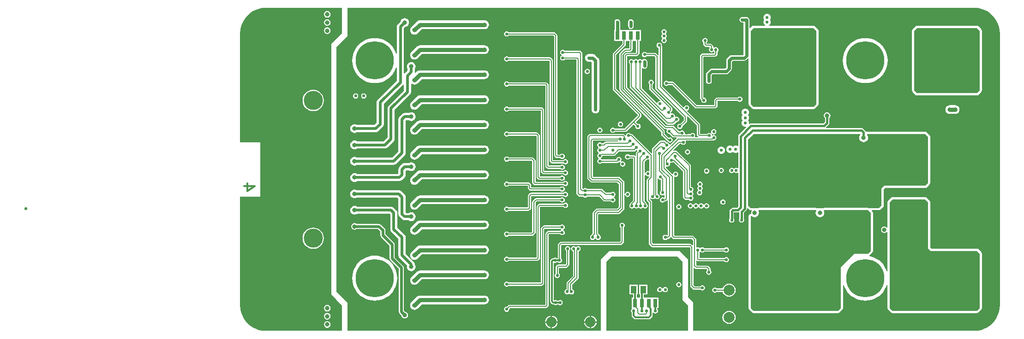
<source format=gbl>
G04 Layer_Physical_Order=4*
G04 Layer_Color=16711680*
%FSLAX44Y44*%
%MOMM*%
G71*
G01*
G75*
%ADD17R,1.1000X1.4000*%
%ADD37R,2.1000X3.0000*%
%ADD41R,0.8000X1.6000*%
%ADD76C,0.6000*%
%ADD77C,0.4000*%
%ADD78C,0.2000*%
%ADD79C,0.3000*%
%ADD80C,0.5000*%
%ADD81C,0.8000*%
%ADD84C,2.0000*%
%ADD85C,3.5000*%
%ADD86C,1.9000*%
%ADD87C,0.5000*%
%ADD88C,6.0000*%
%ADD89C,7.0000*%
%ADD90C,0.5500*%
%ADD91C,0.8000*%
G36*
X815000Y-170000D02*
X815000Y-240000D01*
X825000Y-250000D01*
X825000Y-296941D01*
X675000D01*
X675000Y-170000D01*
X685000Y-160000D01*
X805000Y-160000D01*
X815000Y-170000D01*
D02*
G37*
G36*
X1356131Y296572D02*
X1362158Y295373D01*
X1367976Y293398D01*
X1373487Y290680D01*
X1378596Y287267D01*
X1383215Y283215D01*
X1387267Y278596D01*
X1390680Y273487D01*
X1393398Y267976D01*
X1395373Y262158D01*
X1396572Y256131D01*
X1396966Y250122D01*
X1396941Y250000D01*
Y-250000D01*
X1396966Y-250122D01*
X1396572Y-256131D01*
X1395373Y-262158D01*
X1393398Y-267976D01*
X1390680Y-273487D01*
X1387267Y-278596D01*
X1383215Y-283215D01*
X1378596Y-287267D01*
X1373487Y-290680D01*
X1367976Y-293398D01*
X1362158Y-295373D01*
X1356131Y-296572D01*
X1350122Y-296966D01*
X1350000Y-296941D01*
X834000D01*
X834000Y-244000D01*
X825000Y-235000D01*
Y-165000D01*
X810000Y-150000D01*
X680000D01*
X665000Y-165000D01*
X665000Y-296941D01*
X200000D01*
Y-245000D01*
X180000Y-225000D01*
Y225000D01*
X200000Y245000D01*
Y296941D01*
X1350000D01*
X1350122Y296966D01*
X1356131Y296572D01*
D02*
G37*
G36*
X50000Y296941D02*
X189998D01*
X189998Y249998D01*
X180000Y240000D01*
X170000Y230000D01*
Y210000D01*
Y-230000D01*
X180000Y-240000D01*
X190000Y-250000D01*
X190000Y-296941D01*
X50000D01*
X49878Y-296966D01*
X43869Y-296572D01*
X37842Y-295373D01*
X32024Y-293398D01*
X26513Y-290680D01*
X21404Y-287267D01*
X16785Y-283215D01*
X12733Y-278596D01*
X9320Y-273487D01*
X6602Y-267976D01*
X4627Y-262158D01*
X3428Y-256131D01*
X3034Y-250122D01*
X3059Y-250000D01*
Y-50000D01*
X40000D01*
Y50000D01*
X3059D01*
Y250000D01*
X3034Y250122D01*
X3428Y256131D01*
X4627Y262158D01*
X6602Y267976D01*
X9320Y273487D01*
X12733Y278596D01*
X16785Y283215D01*
X21404Y287267D01*
X26513Y290680D01*
X32024Y293398D01*
X37842Y295373D01*
X43869Y296572D01*
X49878Y296966D01*
X50000Y296941D01*
D02*
G37*
%LPC*%
G36*
X783000Y-216157D02*
X781147Y-216526D01*
X779576Y-217575D01*
X778706Y-218877D01*
X778239Y-218979D01*
X777761D01*
X777294Y-218877D01*
X776425Y-217575D01*
X774853Y-216526D01*
X773000Y-216157D01*
X771147Y-216526D01*
X769575Y-217575D01*
X768526Y-219147D01*
X768157Y-221000D01*
X768526Y-222853D01*
X769575Y-224424D01*
X771147Y-225474D01*
X773000Y-225843D01*
X774853Y-225474D01*
X776425Y-224424D01*
X777294Y-223123D01*
X777761Y-223021D01*
X778239D01*
X778706Y-223123D01*
X779576Y-224424D01*
X781147Y-225474D01*
X783000Y-225843D01*
X784853Y-225474D01*
X786425Y-224424D01*
X787474Y-222853D01*
X787843Y-221000D01*
X787474Y-219147D01*
X786425Y-217575D01*
X784853Y-216526D01*
X783000Y-216157D01*
D02*
G37*
G36*
X750250Y-212000D02*
X735250D01*
Y-230000D01*
X736431D01*
Y-235500D01*
X734000D01*
X734000Y-235500D01*
X733500D01*
Y-235500D01*
X732730Y-235500D01*
X731069D01*
Y-230000D01*
X732750D01*
Y-212000D01*
X717750D01*
Y-230000D01*
X723931D01*
Y-235500D01*
X721500D01*
Y-255500D01*
X721500Y-255500D01*
X721457Y-256752D01*
X720526Y-258147D01*
X720157Y-260000D01*
X720526Y-261853D01*
X721431Y-263209D01*
Y-269000D01*
X721703Y-270366D01*
X722477Y-271523D01*
X725477Y-274523D01*
X726634Y-275297D01*
X728000Y-275569D01*
X753000D01*
X754366Y-275297D01*
X755523Y-274523D01*
X758523Y-271523D01*
X759297Y-270366D01*
X759569Y-269000D01*
Y-262707D01*
X760839Y-262322D01*
X761575Y-263424D01*
X763147Y-264474D01*
X765000Y-264843D01*
X766853Y-264474D01*
X768425Y-263424D01*
X769474Y-261853D01*
X769843Y-260000D01*
X769474Y-258147D01*
X768569Y-256791D01*
Y-255500D01*
X771000D01*
Y-235500D01*
X759000D01*
X759000Y-235500D01*
X758500D01*
Y-235500D01*
X757730Y-235500D01*
X746500D01*
Y-235500D01*
X746000D01*
Y-235500D01*
X743569D01*
Y-230000D01*
X750250D01*
Y-212000D01*
D02*
G37*
G36*
X808000Y-207157D02*
X806147Y-207526D01*
X804576Y-208575D01*
X803526Y-210147D01*
X803157Y-212000D01*
X803526Y-213853D01*
X804576Y-215425D01*
X806147Y-216474D01*
X808000Y-216843D01*
X809853Y-216474D01*
X811425Y-215425D01*
X812474Y-213853D01*
X812843Y-212000D01*
X812474Y-210147D01*
X811425Y-208575D01*
X809853Y-207526D01*
X808000Y-207157D01*
D02*
G37*
G36*
X451500Y-93931D02*
X333000D01*
X330912Y-94206D01*
X328965Y-95012D01*
X327294Y-96294D01*
X317294Y-106294D01*
X316012Y-107965D01*
X315206Y-109912D01*
X314931Y-112000D01*
X315206Y-114088D01*
X316012Y-116034D01*
X317294Y-117706D01*
X318965Y-118988D01*
X320912Y-119794D01*
X323000Y-120069D01*
X325088Y-119794D01*
X327034Y-118988D01*
X328706Y-117706D01*
X336342Y-110069D01*
X451500D01*
X453588Y-109794D01*
X455535Y-108988D01*
X457206Y-107706D01*
X458488Y-106034D01*
X459294Y-104088D01*
X459569Y-102000D01*
X459294Y-99912D01*
X458488Y-97965D01*
X457206Y-96294D01*
X455535Y-95012D01*
X453588Y-94206D01*
X451500Y-93931D01*
D02*
G37*
G36*
X704000Y-98157D02*
X702147Y-98526D01*
X700575Y-99575D01*
X699526Y-101147D01*
X699157Y-103000D01*
X699526Y-104853D01*
X700575Y-106425D01*
X700941Y-106669D01*
Y-131733D01*
X699733Y-132941D01*
X592000D01*
X590830Y-133174D01*
X589837Y-133837D01*
X586837Y-136837D01*
X586174Y-137830D01*
X585941Y-139000D01*
X585941Y-139000D01*
Y-163331D01*
X585791Y-163431D01*
X584209D01*
X582853Y-162526D01*
X581000Y-162157D01*
X579147Y-162526D01*
X577791Y-163431D01*
X577000D01*
X575634Y-163703D01*
X574477Y-164477D01*
X572477Y-166477D01*
X571703Y-167634D01*
X571431Y-169000D01*
Y-242000D01*
X571703Y-243366D01*
X572477Y-244523D01*
X575477Y-247523D01*
X576634Y-248297D01*
X578000Y-248569D01*
X578791D01*
X580147Y-249474D01*
X582000Y-249843D01*
X583853Y-249474D01*
X585209Y-248569D01*
X586791D01*
X588147Y-249474D01*
X590000Y-249843D01*
X591853Y-249474D01*
X593424Y-248424D01*
X594474Y-246853D01*
X594843Y-245000D01*
X594474Y-243147D01*
X593424Y-241575D01*
X591853Y-240526D01*
X590000Y-240157D01*
X588147Y-240526D01*
X586791Y-241431D01*
X585209D01*
X583853Y-240526D01*
X582000Y-240157D01*
X580147Y-240526D01*
X579719Y-240812D01*
X578569Y-240053D01*
Y-172499D01*
X579839Y-171612D01*
X581000Y-171843D01*
X582853Y-171474D01*
X584209Y-170569D01*
X585791D01*
X587147Y-171474D01*
X589000Y-171843D01*
X590853Y-171474D01*
X592425Y-170425D01*
X593474Y-168853D01*
X593843Y-167000D01*
X593474Y-165147D01*
X592425Y-163575D01*
X592059Y-163331D01*
Y-140267D01*
X593267Y-139059D01*
X701000D01*
X701000Y-139059D01*
X702170Y-138826D01*
X703163Y-138163D01*
X706163Y-135163D01*
X706826Y-134171D01*
X707059Y-133000D01*
Y-106669D01*
X707424Y-106425D01*
X708474Y-104853D01*
X708843Y-103000D01*
X708474Y-101147D01*
X707424Y-99575D01*
X705853Y-98526D01*
X704000Y-98157D01*
D02*
G37*
G36*
X213000Y-36931D02*
X210912Y-37206D01*
X208965Y-38012D01*
X207294Y-39294D01*
X206012Y-40965D01*
X205206Y-42912D01*
X204931Y-45000D01*
X205206Y-47088D01*
X206012Y-49035D01*
X207294Y-50706D01*
X208965Y-51988D01*
X210912Y-52794D01*
X213000Y-53069D01*
X215088Y-52794D01*
X217034Y-51988D01*
X217597Y-51556D01*
X291284D01*
X293444Y-53716D01*
Y-82000D01*
X293667Y-83697D01*
X294322Y-85278D01*
X295364Y-86636D01*
X300364Y-91636D01*
X301722Y-92678D01*
X303303Y-93333D01*
X305000Y-93556D01*
X312403D01*
X312966Y-93988D01*
X314912Y-94794D01*
X317000Y-95069D01*
X319088Y-94794D01*
X321035Y-93988D01*
X322706Y-92706D01*
X323988Y-91034D01*
X324794Y-89088D01*
X325069Y-87000D01*
X324794Y-84912D01*
X323988Y-82965D01*
X322706Y-81294D01*
X321035Y-80012D01*
X319088Y-79206D01*
X317000Y-78931D01*
X314912Y-79206D01*
X312966Y-80012D01*
X312403Y-80444D01*
X307716D01*
X306556Y-79284D01*
Y-51000D01*
X306333Y-49303D01*
X305678Y-47722D01*
X304636Y-46364D01*
X298636Y-40364D01*
X297278Y-39322D01*
X295697Y-38667D01*
X294000Y-38444D01*
X217597D01*
X217034Y-38012D01*
X215088Y-37206D01*
X213000Y-36931D01*
D02*
G37*
G36*
X594000Y-101157D02*
X592147Y-101526D01*
X590575Y-102575D01*
X590331Y-102941D01*
X561000D01*
X561000Y-102941D01*
X559829Y-103174D01*
X558837Y-103837D01*
X558837Y-103837D01*
X555837Y-106837D01*
X555174Y-107830D01*
X554941Y-109000D01*
X554941Y-109000D01*
Y-207733D01*
X554733Y-207941D01*
X495669D01*
X495425Y-207575D01*
X493853Y-206526D01*
X492000Y-206157D01*
X490147Y-206526D01*
X488576Y-207575D01*
X487526Y-209147D01*
X487157Y-211000D01*
X487526Y-212853D01*
X488576Y-214425D01*
X490147Y-215474D01*
X492000Y-215843D01*
X493853Y-215474D01*
X495425Y-214425D01*
X495669Y-214059D01*
X556000D01*
X556000Y-214059D01*
X557170Y-213826D01*
X558163Y-213163D01*
X560163Y-211163D01*
X560163Y-211163D01*
X560826Y-210170D01*
X561059Y-209000D01*
X561059Y-209000D01*
Y-110267D01*
X562267Y-109059D01*
X590331D01*
X590575Y-109424D01*
X591877Y-110294D01*
X591979Y-110761D01*
Y-111239D01*
X591877Y-111706D01*
X590575Y-112575D01*
X590331Y-112941D01*
X569000D01*
X569000Y-112941D01*
X567830Y-113174D01*
X566837Y-113837D01*
X566837Y-113837D01*
X563837Y-116837D01*
X563174Y-117830D01*
X562941Y-119000D01*
X562941Y-119000D01*
Y-248733D01*
X562733Y-248941D01*
X497000D01*
X497000Y-248941D01*
X495830Y-249174D01*
X494837Y-249837D01*
X492431Y-252243D01*
X492000Y-252157D01*
X490147Y-252526D01*
X488576Y-253575D01*
X487526Y-255147D01*
X487157Y-257000D01*
X487526Y-258853D01*
X488576Y-260424D01*
X490147Y-261474D01*
X492000Y-261843D01*
X493853Y-261474D01*
X495425Y-260424D01*
X496474Y-258853D01*
X496843Y-257000D01*
X496757Y-256569D01*
X498267Y-255059D01*
X564000D01*
X564000Y-255059D01*
X565171Y-254826D01*
X566163Y-254163D01*
X568163Y-252163D01*
X568826Y-251171D01*
X569059Y-250000D01*
Y-120267D01*
X570267Y-119059D01*
X590331D01*
X590575Y-119425D01*
X592147Y-120474D01*
X594000Y-120843D01*
X595853Y-120474D01*
X597425Y-119425D01*
X598474Y-117853D01*
X598843Y-116000D01*
X598474Y-114147D01*
X597425Y-112575D01*
X596123Y-111706D01*
X596021Y-111239D01*
Y-110761D01*
X596123Y-110294D01*
X597425Y-109424D01*
X598474Y-107853D01*
X598843Y-106000D01*
X598474Y-104147D01*
X597425Y-102575D01*
X595853Y-101526D01*
X594000Y-101157D01*
D02*
G37*
G36*
X623000Y-141157D02*
X621147Y-141526D01*
X619576Y-142575D01*
X618424D01*
X616853Y-141526D01*
X615000Y-141157D01*
X613147Y-141526D01*
X611575Y-142575D01*
X610526Y-144147D01*
X610157Y-146000D01*
X610526Y-147853D01*
X611575Y-149424D01*
X613147Y-150474D01*
X613941Y-150632D01*
Y-195733D01*
X602837Y-206837D01*
X602174Y-207829D01*
X601941Y-209000D01*
X601941Y-209000D01*
Y-220368D01*
X601147Y-220526D01*
X599575Y-221576D01*
X598526Y-223147D01*
X598157Y-225000D01*
X598526Y-226853D01*
X599575Y-228425D01*
X601147Y-229474D01*
X603000Y-229843D01*
X604853Y-229474D01*
X606424Y-228425D01*
X607575D01*
X609147Y-229474D01*
X611000Y-229843D01*
X612853Y-229474D01*
X614425Y-228425D01*
X615474Y-226853D01*
X615843Y-225000D01*
X615474Y-223147D01*
X614425Y-221576D01*
X612853Y-220526D01*
X612059Y-220368D01*
Y-212267D01*
X623163Y-201163D01*
X623163Y-201163D01*
X623826Y-200170D01*
X624059Y-199000D01*
Y-150632D01*
X624853Y-150474D01*
X626425Y-149424D01*
X627474Y-147853D01*
X627843Y-146000D01*
X627474Y-144147D01*
X626425Y-142575D01*
X624853Y-141526D01*
X623000Y-141157D01*
D02*
G37*
G36*
X604000D02*
X602147Y-141526D01*
X600575Y-142575D01*
X599526Y-144147D01*
X599157Y-146000D01*
X599526Y-147853D01*
X600575Y-149424D01*
X600941Y-149669D01*
Y-173733D01*
X599733Y-174941D01*
X587000D01*
X585830Y-175174D01*
X584837Y-175837D01*
X582837Y-177837D01*
X582174Y-178829D01*
X581941Y-180000D01*
X581941Y-180000D01*
Y-191331D01*
X581575Y-191575D01*
X580526Y-193147D01*
X580157Y-195000D01*
X580526Y-196853D01*
X581575Y-198424D01*
X583147Y-199474D01*
X585000Y-199843D01*
X586853Y-199474D01*
X588425Y-198424D01*
X589474Y-196853D01*
X589843Y-195000D01*
X589474Y-193147D01*
X588425Y-191575D01*
X588059Y-191331D01*
Y-181267D01*
X588267Y-181059D01*
X601000D01*
X601000Y-181059D01*
X602170Y-180826D01*
X603163Y-180163D01*
X606163Y-177163D01*
X606826Y-176171D01*
X607059Y-175000D01*
Y-149669D01*
X607425Y-149424D01*
X608474Y-147853D01*
X608843Y-146000D01*
X608474Y-144147D01*
X607425Y-142575D01*
X605853Y-141526D01*
X604000Y-141157D01*
D02*
G37*
G36*
X213000Y-66931D02*
X210912Y-67206D01*
X208965Y-68012D01*
X207294Y-69294D01*
X206012Y-70965D01*
X205206Y-72912D01*
X204931Y-75000D01*
X205206Y-77088D01*
X206012Y-79035D01*
X207294Y-80706D01*
X208965Y-81988D01*
X210912Y-82794D01*
X213000Y-83069D01*
X215088Y-82794D01*
X217034Y-81988D01*
X217597Y-81556D01*
X277284D01*
X278444Y-82716D01*
Y-110000D01*
X278667Y-111697D01*
X279322Y-113278D01*
X280364Y-114636D01*
X293444Y-127716D01*
Y-158000D01*
X293667Y-159697D01*
X294322Y-161278D01*
X295364Y-162636D01*
X309333Y-176605D01*
X309206Y-176912D01*
X308931Y-179000D01*
X309206Y-181088D01*
X310012Y-183034D01*
X311294Y-184706D01*
X312966Y-185988D01*
X314912Y-186794D01*
X317000Y-187069D01*
X319088Y-186794D01*
X321035Y-185988D01*
X322706Y-184706D01*
X323988Y-183034D01*
X324794Y-181088D01*
X325069Y-179000D01*
X324794Y-176912D01*
X323988Y-174965D01*
X323461Y-174279D01*
X323333Y-173303D01*
X322678Y-171722D01*
X321636Y-170364D01*
X306556Y-155284D01*
Y-125000D01*
X306333Y-123303D01*
X305678Y-121722D01*
X304636Y-120364D01*
X291556Y-107284D01*
Y-80000D01*
X291333Y-78303D01*
X290678Y-76722D01*
X289636Y-75364D01*
X284636Y-70364D01*
X283278Y-69322D01*
X281697Y-68667D01*
X280000Y-68444D01*
X217597D01*
X217034Y-68012D01*
X215088Y-67206D01*
X213000Y-66931D01*
D02*
G37*
G36*
X451500Y-139931D02*
X333000D01*
X330912Y-140206D01*
X328965Y-141012D01*
X327294Y-142294D01*
X317294Y-152294D01*
X316012Y-153966D01*
X315206Y-155912D01*
X314931Y-158000D01*
X315206Y-160088D01*
X316012Y-162034D01*
X317294Y-163706D01*
X318965Y-164988D01*
X320912Y-165794D01*
X323000Y-166069D01*
X325088Y-165794D01*
X327034Y-164988D01*
X328706Y-163706D01*
X336342Y-156069D01*
X451500D01*
X453588Y-155794D01*
X455535Y-154988D01*
X457206Y-153706D01*
X458488Y-152035D01*
X459294Y-150088D01*
X459569Y-148000D01*
X459294Y-145912D01*
X458488Y-143966D01*
X457206Y-142294D01*
X455535Y-141012D01*
X453588Y-140206D01*
X451500Y-139931D01*
D02*
G37*
G36*
Y-47931D02*
X333000D01*
X330912Y-48206D01*
X328965Y-49012D01*
X327294Y-50294D01*
X317294Y-60294D01*
X316012Y-61965D01*
X315206Y-63912D01*
X314931Y-66000D01*
X315206Y-68088D01*
X316012Y-70034D01*
X317294Y-71706D01*
X318965Y-72988D01*
X320912Y-73794D01*
X323000Y-74069D01*
X325088Y-73794D01*
X327034Y-72988D01*
X328706Y-71706D01*
X336342Y-64069D01*
X451500D01*
X453588Y-63794D01*
X455535Y-62988D01*
X457206Y-61706D01*
X458488Y-60034D01*
X459294Y-58088D01*
X459569Y-56000D01*
X459294Y-53912D01*
X458488Y-51965D01*
X457206Y-50294D01*
X455535Y-49012D01*
X453588Y-48206D01*
X451500Y-47931D01*
D02*
G37*
G36*
X847000Y-22157D02*
X845147Y-22526D01*
X843576Y-23575D01*
X842526Y-25147D01*
X842157Y-27000D01*
X842526Y-28853D01*
X843576Y-30424D01*
Y-31576D01*
X842526Y-33147D01*
X842157Y-35000D01*
X842526Y-36853D01*
X843576Y-38424D01*
Y-38907D01*
X842576Y-39575D01*
X841526Y-41147D01*
X841157Y-43000D01*
X841526Y-44853D01*
X842576Y-46424D01*
X844147Y-47474D01*
X846000Y-47843D01*
X847853Y-47474D01*
X849425Y-46424D01*
X850474Y-44853D01*
X850843Y-43000D01*
X850474Y-41147D01*
X849907Y-40298D01*
X850119Y-38628D01*
X850425Y-38425D01*
X851474Y-36853D01*
X851843Y-35000D01*
X851474Y-33147D01*
X850425Y-31576D01*
Y-30424D01*
X851474Y-28853D01*
X851843Y-27000D01*
X851474Y-25147D01*
X850425Y-23575D01*
X848853Y-22526D01*
X847000Y-22157D01*
D02*
G37*
G36*
X595000Y219843D02*
X593147Y219474D01*
X591575Y218425D01*
X590526Y216853D01*
X590157Y215000D01*
X590526Y213147D01*
X591575Y211575D01*
X592877Y210706D01*
X592979Y210239D01*
Y209761D01*
X592877Y209294D01*
X591575Y208425D01*
X590526Y206853D01*
X590157Y205000D01*
X590526Y203147D01*
X591575Y201575D01*
X593147Y200526D01*
X595000Y200157D01*
X596853Y200526D01*
X598425Y201575D01*
X598669Y201941D01*
X619733D01*
X619941Y201733D01*
Y-44000D01*
X619941Y-44000D01*
X620174Y-45170D01*
X620837Y-46163D01*
X623837Y-49163D01*
X623837Y-49163D01*
X624829Y-49826D01*
X626000Y-50059D01*
X626000Y-50059D01*
X632331D01*
X632575Y-50425D01*
X634147Y-51474D01*
X636000Y-51843D01*
X637853Y-51474D01*
X639425Y-50425D01*
X639669Y-50059D01*
X661733D01*
X669837Y-58163D01*
X669837Y-58163D01*
X670829Y-58826D01*
X672000Y-59059D01*
X683331D01*
X683575Y-59425D01*
X685147Y-60474D01*
X687000Y-60843D01*
X688853Y-60474D01*
X690425Y-59425D01*
X691474Y-57853D01*
X691843Y-56000D01*
X691474Y-54147D01*
X690425Y-52575D01*
X689123Y-51706D01*
X689021Y-51239D01*
Y-50761D01*
X689123Y-50294D01*
X690425Y-49425D01*
X691474Y-47853D01*
X691843Y-46000D01*
X691474Y-44147D01*
X690425Y-42575D01*
X688853Y-41526D01*
X687000Y-41157D01*
X685147Y-41526D01*
X683575Y-42575D01*
X683331Y-42941D01*
X674267D01*
X668163Y-36837D01*
X667170Y-36174D01*
X666000Y-35941D01*
X666000Y-35941D01*
X639669D01*
X639425Y-35575D01*
X637853Y-34526D01*
X636000Y-34157D01*
X634147Y-34526D01*
X632575Y-35575D01*
X631390Y-35064D01*
X631059Y-34733D01*
Y213000D01*
X630826Y214170D01*
X630163Y215163D01*
X628163Y217163D01*
X627170Y217826D01*
X626000Y218059D01*
X626000Y218059D01*
X598669D01*
X598425Y218425D01*
X596853Y219474D01*
X595000Y219843D01*
D02*
G37*
G36*
X492000Y-22157D02*
X490147Y-22526D01*
X488576Y-23575D01*
X487526Y-25147D01*
X487157Y-27000D01*
X487526Y-28853D01*
X488576Y-30425D01*
X490147Y-31474D01*
X492000Y-31843D01*
X493853Y-31474D01*
X495425Y-30425D01*
X495669Y-30059D01*
X530733D01*
X530882Y-30208D01*
Y-34000D01*
X530882Y-34000D01*
X531115Y-35170D01*
X531778Y-36163D01*
X533778Y-38163D01*
X533778Y-38163D01*
X534771Y-38826D01*
X535941Y-39059D01*
X590331D01*
X590575Y-39425D01*
X592147Y-40474D01*
X594000Y-40843D01*
X595853Y-40474D01*
X597425Y-39425D01*
X598474Y-37853D01*
X598843Y-36000D01*
X598474Y-34147D01*
X597425Y-32575D01*
X595853Y-31526D01*
X594000Y-31157D01*
X592147Y-31526D01*
X590575Y-32575D01*
X590331Y-32941D01*
X537208D01*
X537000Y-32733D01*
Y-28941D01*
X537000Y-28941D01*
X536767Y-27771D01*
X536104Y-26778D01*
X536104Y-26778D01*
X534163Y-24837D01*
X533171Y-24174D01*
X532000Y-23941D01*
X532000Y-23941D01*
X495669D01*
X495425Y-23575D01*
X493853Y-22526D01*
X492000Y-22157D01*
D02*
G37*
G36*
X600000Y-41157D02*
X598147Y-41526D01*
X596575Y-42575D01*
X596331Y-42941D01*
X537000D01*
X537000Y-42941D01*
X535830Y-43174D01*
X534837Y-43837D01*
X534837Y-43837D01*
X531837Y-46837D01*
X531174Y-47829D01*
X530941Y-49000D01*
X530941Y-49000D01*
Y-69733D01*
X530733Y-69941D01*
X495669D01*
X495425Y-69576D01*
X493853Y-68526D01*
X492000Y-68157D01*
X490147Y-68526D01*
X488576Y-69576D01*
X487526Y-71147D01*
X487157Y-73000D01*
X487526Y-74853D01*
X488576Y-76425D01*
X490147Y-77474D01*
X492000Y-77843D01*
X493853Y-77474D01*
X495425Y-76425D01*
X495669Y-76059D01*
X532000D01*
X532000Y-76059D01*
X533171Y-75826D01*
X534163Y-75163D01*
X536163Y-73163D01*
X536163Y-73163D01*
X536826Y-72171D01*
X537059Y-71000D01*
X537059Y-71000D01*
Y-50267D01*
X538267Y-49059D01*
X596331D01*
X596575Y-49425D01*
X598147Y-50474D01*
X600000Y-50843D01*
X601853Y-50474D01*
X603424Y-49425D01*
X604474Y-47853D01*
X604843Y-46000D01*
X604474Y-44147D01*
X603424Y-42575D01*
X601853Y-41526D01*
X600000Y-41157D01*
D02*
G37*
G36*
X594000Y-51157D02*
X592147Y-51526D01*
X590575Y-52575D01*
X590331Y-52941D01*
X546000D01*
X544829Y-53174D01*
X543837Y-53837D01*
X543837Y-53837D01*
X539837Y-57837D01*
X539174Y-58829D01*
X538941Y-60000D01*
X538941Y-60000D01*
Y-114733D01*
X537733Y-115941D01*
X495669D01*
X495425Y-115576D01*
X493853Y-114526D01*
X492000Y-114157D01*
X490147Y-114526D01*
X488576Y-115576D01*
X487526Y-117147D01*
X487157Y-119000D01*
X487526Y-120853D01*
X488576Y-122425D01*
X490147Y-123474D01*
X492000Y-123843D01*
X493853Y-123474D01*
X495425Y-122425D01*
X495669Y-122059D01*
X539000D01*
X539000Y-122059D01*
X540171Y-121826D01*
X541163Y-121163D01*
X544163Y-118163D01*
X544163Y-118163D01*
X544826Y-117170D01*
X545059Y-116000D01*
X545059Y-116000D01*
Y-61267D01*
X547267Y-59059D01*
X590331D01*
X590575Y-59425D01*
X592147Y-60474D01*
X594000Y-60843D01*
X595853Y-60474D01*
X597425Y-59425D01*
X598474Y-57853D01*
X598843Y-56000D01*
X598474Y-54147D01*
X597425Y-52575D01*
X595853Y-51526D01*
X594000Y-51157D01*
D02*
G37*
G36*
X600000Y-61157D02*
X598147Y-61526D01*
X596575Y-62575D01*
X596331Y-62941D01*
X553000D01*
X551829Y-63174D01*
X550837Y-63837D01*
X547837Y-66837D01*
X547174Y-67829D01*
X546941Y-69000D01*
X546941Y-69000D01*
Y-161733D01*
X546733Y-161941D01*
X495669D01*
X495425Y-161575D01*
X493853Y-160526D01*
X492000Y-160157D01*
X490147Y-160526D01*
X488576Y-161575D01*
X487526Y-163147D01*
X487157Y-165000D01*
X487526Y-166853D01*
X488576Y-168425D01*
X490147Y-169474D01*
X492000Y-169843D01*
X493853Y-169474D01*
X495425Y-168425D01*
X495669Y-168059D01*
X548000D01*
X548000Y-168059D01*
X549170Y-167826D01*
X550163Y-167163D01*
X552163Y-165163D01*
X552826Y-164170D01*
X553059Y-163000D01*
Y-70267D01*
X554267Y-69059D01*
X596331D01*
X596575Y-69425D01*
X598147Y-70474D01*
X600000Y-70843D01*
X601853Y-70474D01*
X603424Y-69425D01*
X604474Y-67853D01*
X604843Y-66000D01*
X604474Y-64147D01*
X603424Y-62575D01*
X601853Y-61526D01*
X600000Y-61157D01*
D02*
G37*
G36*
X808000Y-64157D02*
X806147Y-64526D01*
X804576Y-65575D01*
X803526Y-67147D01*
X803157Y-69000D01*
X803526Y-70853D01*
X804576Y-72425D01*
X806147Y-73474D01*
X808000Y-73843D01*
X809853Y-73474D01*
X811425Y-72425D01*
X812474Y-70853D01*
X812843Y-69000D01*
X812474Y-67147D01*
X811425Y-65575D01*
X809853Y-64526D01*
X808000Y-64157D01*
D02*
G37*
G36*
X889000Y-55157D02*
X887147Y-55526D01*
X885575Y-56575D01*
X884526Y-58147D01*
X884157Y-60000D01*
X884526Y-61853D01*
X885575Y-63425D01*
X887147Y-64474D01*
X889000Y-64843D01*
X890853Y-64474D01*
X892425Y-63425D01*
X893474Y-61853D01*
X893843Y-60000D01*
X893474Y-58147D01*
X892425Y-56575D01*
X890853Y-55526D01*
X889000Y-55157D01*
D02*
G37*
G36*
X859000Y-62157D02*
X857147Y-62526D01*
X855575Y-63575D01*
X854706Y-64877D01*
X854239Y-64979D01*
X853761D01*
X853294Y-64877D01*
X852425Y-63575D01*
X850853Y-62526D01*
X849000Y-62157D01*
X847147Y-62526D01*
X845575Y-63575D01*
X844706Y-64877D01*
X844239Y-64979D01*
X843761D01*
X843294Y-64877D01*
X842425Y-63575D01*
X840853Y-62526D01*
X839000Y-62157D01*
X837147Y-62526D01*
X835575Y-63575D01*
X834706Y-64877D01*
X834239Y-64979D01*
X833761D01*
X833294Y-64877D01*
X832424Y-63575D01*
X830853Y-62526D01*
X829000Y-62157D01*
X827147Y-62526D01*
X825575Y-63575D01*
X824526Y-65147D01*
X824157Y-67000D01*
X824526Y-68853D01*
X825575Y-70424D01*
X827147Y-71474D01*
X829000Y-71843D01*
X830853Y-71474D01*
X832424Y-70424D01*
X833294Y-69123D01*
X833761Y-69021D01*
X834239D01*
X834706Y-69123D01*
X835575Y-70424D01*
X837147Y-71474D01*
X839000Y-71843D01*
X840853Y-71474D01*
X842425Y-70424D01*
X843294Y-69123D01*
X843761Y-69021D01*
X844239D01*
X844706Y-69123D01*
X845575Y-70424D01*
X847147Y-71474D01*
X849000Y-71843D01*
X850853Y-71474D01*
X852425Y-70424D01*
X853294Y-69123D01*
X853761Y-69021D01*
X854239D01*
X854706Y-69123D01*
X855575Y-70424D01*
X857147Y-71474D01*
X859000Y-71843D01*
X860853Y-71474D01*
X862425Y-70424D01*
X863474Y-68853D01*
X863843Y-67000D01*
X863474Y-65147D01*
X862425Y-63575D01*
X860853Y-62526D01*
X859000Y-62157D01*
D02*
G37*
G36*
X451500Y-185931D02*
X333000D01*
X330912Y-186206D01*
X328965Y-187012D01*
X327294Y-188294D01*
X317294Y-198294D01*
X316012Y-199965D01*
X315206Y-201912D01*
X314931Y-204000D01*
X315206Y-206088D01*
X316012Y-208034D01*
X317294Y-209706D01*
X318965Y-210988D01*
X320912Y-211794D01*
X323000Y-212069D01*
X325088Y-211794D01*
X327034Y-210988D01*
X328706Y-209706D01*
X336342Y-202069D01*
X451500D01*
X453588Y-201794D01*
X455535Y-200988D01*
X457206Y-199706D01*
X458488Y-198034D01*
X459294Y-196088D01*
X459569Y-194000D01*
X459294Y-191912D01*
X458488Y-189965D01*
X457206Y-188294D01*
X455535Y-187012D01*
X453588Y-186206D01*
X451500Y-185931D01*
D02*
G37*
G36*
X572980Y-269068D02*
X571248Y-269296D01*
X568450Y-270455D01*
X566048Y-272298D01*
X564205Y-274700D01*
X563046Y-277498D01*
X562818Y-279230D01*
X572980D01*
Y-269068D01*
D02*
G37*
G36*
X900000Y-259896D02*
X896867Y-260309D01*
X893948Y-261518D01*
X891441Y-263442D01*
X889518Y-265948D01*
X888309Y-268867D01*
X887896Y-272000D01*
X888309Y-275133D01*
X889518Y-278052D01*
X891441Y-280558D01*
X893948Y-282482D01*
X896867Y-283691D01*
X900000Y-284104D01*
X903133Y-283691D01*
X906052Y-282482D01*
X908559Y-280558D01*
X910482Y-278052D01*
X911691Y-275133D01*
X912104Y-272000D01*
X911691Y-268867D01*
X910482Y-265948D01*
X908559Y-263442D01*
X906052Y-261518D01*
X903133Y-260309D01*
X900000Y-259896D01*
D02*
G37*
G36*
X644480Y-269068D02*
X642748Y-269296D01*
X639950Y-270455D01*
X637548Y-272298D01*
X635705Y-274700D01*
X634546Y-277498D01*
X634318Y-279230D01*
X644480D01*
Y-269068D01*
D02*
G37*
G36*
X575520Y-269068D02*
Y-279230D01*
X585682D01*
X585454Y-277498D01*
X584295Y-274700D01*
X582452Y-272298D01*
X580050Y-270455D01*
X577252Y-269296D01*
X575520Y-269068D01*
D02*
G37*
G36*
X657182Y-281770D02*
X647020D01*
Y-291932D01*
X648752Y-291704D01*
X651550Y-290545D01*
X653952Y-288702D01*
X655795Y-286300D01*
X656954Y-283502D01*
X657182Y-281770D01*
D02*
G37*
G36*
X572980Y-281770D02*
X562818D01*
X563046Y-283502D01*
X564205Y-286300D01*
X566048Y-288702D01*
X568450Y-290545D01*
X571248Y-291704D01*
X572980Y-291932D01*
Y-281770D01*
D02*
G37*
G36*
X585682D02*
X575520D01*
Y-291932D01*
X577252Y-291704D01*
X580050Y-290545D01*
X582452Y-288702D01*
X584295Y-286300D01*
X585454Y-283502D01*
X585682Y-281770D01*
D02*
G37*
G36*
X644480Y-281770D02*
X634318D01*
X634546Y-283502D01*
X635705Y-286300D01*
X637548Y-288702D01*
X639950Y-290545D01*
X642748Y-291704D01*
X644480Y-291932D01*
Y-281770D01*
D02*
G37*
G36*
X647020Y-269068D02*
Y-279230D01*
X657182D01*
X656954Y-277498D01*
X655795Y-274700D01*
X653952Y-272298D01*
X651550Y-270455D01*
X648752Y-269296D01*
X647020Y-269068D01*
D02*
G37*
G36*
X900000Y-209896D02*
X896867Y-210309D01*
X893948Y-211518D01*
X891441Y-213442D01*
X889518Y-215948D01*
X888309Y-218867D01*
X888299Y-218941D01*
X877669D01*
X877425Y-218575D01*
X875853Y-217526D01*
X874000Y-217157D01*
X872147Y-217526D01*
X870575Y-218575D01*
X869526Y-220147D01*
X869157Y-222000D01*
X869526Y-223853D01*
X870575Y-225424D01*
X872147Y-226474D01*
X874000Y-226843D01*
X875853Y-226474D01*
X877425Y-225424D01*
X877669Y-225059D01*
X888299D01*
X888309Y-225133D01*
X889518Y-228052D01*
X891441Y-230558D01*
X893948Y-232482D01*
X896867Y-233691D01*
X900000Y-234104D01*
X903133Y-233691D01*
X906052Y-232482D01*
X908559Y-230558D01*
X910482Y-228052D01*
X911691Y-225133D01*
X912104Y-222000D01*
X911691Y-218867D01*
X910482Y-215948D01*
X908559Y-213442D01*
X906052Y-211518D01*
X903133Y-210309D01*
X900000Y-209896D01*
D02*
G37*
G36*
X250000Y-158642D02*
X244602Y-158995D01*
X239296Y-160051D01*
X234173Y-161790D01*
X229321Y-164182D01*
X224823Y-167188D01*
X220755Y-170755D01*
X217188Y-174823D01*
X214182Y-179321D01*
X211790Y-184173D01*
X210051Y-189296D01*
X208995Y-194602D01*
X208641Y-200000D01*
X208995Y-205398D01*
X210051Y-210704D01*
X211790Y-215827D01*
X214182Y-220679D01*
X217188Y-225177D01*
X220755Y-229245D01*
X224823Y-232812D01*
X229321Y-235818D01*
X234173Y-238210D01*
X239296Y-239949D01*
X244602Y-241005D01*
X250000Y-241359D01*
X255398Y-241005D01*
X260704Y-239949D01*
X265827Y-238210D01*
X270679Y-235818D01*
X275177Y-232812D01*
X279245Y-229245D01*
X282812Y-225177D01*
X285818Y-220679D01*
X288210Y-215827D01*
X289949Y-210704D01*
X291005Y-205398D01*
X291359Y-200000D01*
X291005Y-194602D01*
X289949Y-189296D01*
X288210Y-184173D01*
X285818Y-179321D01*
X282812Y-174823D01*
X279245Y-170755D01*
X275177Y-167188D01*
X270679Y-164182D01*
X265827Y-161790D01*
X260704Y-160051D01*
X255398Y-158995D01*
X250000Y-158642D01*
D02*
G37*
G36*
X213000Y-98883D02*
X210659Y-99348D01*
X208674Y-100674D01*
X207348Y-102659D01*
X206882Y-105000D01*
X207348Y-107341D01*
X208674Y-109326D01*
X210659Y-110652D01*
X213000Y-111117D01*
X215341Y-110652D01*
X216933Y-109588D01*
X256099D01*
X260412Y-113900D01*
Y-121232D01*
X260761Y-122988D01*
X261756Y-124477D01*
X277412Y-140133D01*
Y-164000D01*
X277761Y-165756D01*
X278756Y-167244D01*
X294412Y-182901D01*
Y-262000D01*
X294761Y-263756D01*
X295756Y-265244D01*
X298975Y-268463D01*
X299348Y-270341D01*
X300674Y-272326D01*
X302659Y-273652D01*
X305000Y-274118D01*
X307341Y-273652D01*
X309326Y-272326D01*
X310652Y-270341D01*
X311117Y-268000D01*
X310652Y-265659D01*
X309326Y-263674D01*
X307341Y-262348D01*
X305463Y-261975D01*
X303588Y-260100D01*
Y-181000D01*
X303239Y-179244D01*
X302244Y-177756D01*
X286588Y-162099D01*
Y-138232D01*
X286239Y-136476D01*
X285244Y-134988D01*
X269588Y-119332D01*
Y-112000D01*
X269239Y-110244D01*
X268244Y-108756D01*
X261244Y-101756D01*
X259756Y-100761D01*
X258000Y-100412D01*
X216933D01*
X215341Y-99348D01*
X213000Y-98883D01*
D02*
G37*
G36*
X451500Y-231931D02*
X333000D01*
X330912Y-232206D01*
X328965Y-233012D01*
X327294Y-234294D01*
X317294Y-244294D01*
X316012Y-245965D01*
X315206Y-247912D01*
X314931Y-250000D01*
X315206Y-252088D01*
X316012Y-254035D01*
X317294Y-255706D01*
X318965Y-256988D01*
X320912Y-257794D01*
X323000Y-258069D01*
X325088Y-257794D01*
X327034Y-256988D01*
X328706Y-255706D01*
X336342Y-248069D01*
X451500D01*
X453588Y-247794D01*
X455535Y-246988D01*
X457206Y-245706D01*
X458488Y-244035D01*
X459294Y-242088D01*
X459569Y-240000D01*
X459294Y-237912D01*
X458488Y-235965D01*
X457206Y-234294D01*
X455535Y-233012D01*
X453588Y-232206D01*
X451500Y-231931D01*
D02*
G37*
G36*
X492000Y23843D02*
X490147Y23474D01*
X488576Y22424D01*
X487526Y20853D01*
X487157Y19000D01*
X487526Y17147D01*
X488576Y15575D01*
X490147Y14526D01*
X492000Y14157D01*
X493853Y14526D01*
X495425Y15575D01*
X495669Y15941D01*
X537733D01*
X538941Y14733D01*
Y-24000D01*
X538941Y-24000D01*
X539174Y-25171D01*
X539837Y-26163D01*
X541837Y-28163D01*
X542830Y-28826D01*
X544000Y-29059D01*
X596331D01*
X596575Y-29425D01*
X598147Y-30474D01*
X600000Y-30843D01*
X601853Y-30474D01*
X603424Y-29425D01*
X604474Y-27853D01*
X604843Y-26000D01*
X604474Y-24147D01*
X603424Y-22575D01*
X601853Y-21526D01*
X600000Y-21157D01*
X598147Y-21526D01*
X596575Y-22575D01*
X596331Y-22941D01*
X545267D01*
X545059Y-22733D01*
Y16000D01*
X544826Y17170D01*
X544163Y18163D01*
X541163Y21163D01*
X540171Y21826D01*
X539000Y22059D01*
X539000Y22059D01*
X495669D01*
X495425Y22424D01*
X493853Y23474D01*
X492000Y23843D01*
D02*
G37*
G36*
X1150000Y241359D02*
X1144602Y241005D01*
X1139296Y239949D01*
X1134173Y238210D01*
X1129321Y235818D01*
X1124822Y232812D01*
X1120755Y229245D01*
X1117188Y225177D01*
X1114183Y220679D01*
X1111790Y215827D01*
X1110051Y210704D01*
X1108995Y205398D01*
X1108642Y200000D01*
X1108995Y194602D01*
X1110051Y189296D01*
X1111790Y184173D01*
X1114183Y179321D01*
X1117188Y174823D01*
X1120755Y170755D01*
X1124822Y167188D01*
X1129321Y164182D01*
X1134173Y161790D01*
X1139296Y160051D01*
X1144602Y158995D01*
X1150000Y158642D01*
X1155398Y158995D01*
X1160704Y160051D01*
X1165827Y161790D01*
X1170679Y164182D01*
X1175178Y167188D01*
X1179245Y170755D01*
X1182812Y174823D01*
X1185818Y179321D01*
X1188210Y184173D01*
X1189949Y189296D01*
X1191005Y194602D01*
X1191359Y200000D01*
X1191005Y205398D01*
X1189949Y210704D01*
X1188210Y215827D01*
X1185818Y220679D01*
X1182812Y225177D01*
X1179245Y229245D01*
X1175178Y232812D01*
X1170679Y235818D01*
X1165827Y238210D01*
X1160704Y239949D01*
X1155398Y241005D01*
X1150000Y241359D01*
D02*
G37*
G36*
X230000Y139843D02*
X228147Y139474D01*
X226575Y138425D01*
X225526Y136853D01*
X225157Y135000D01*
X225526Y133147D01*
X226575Y131575D01*
X228147Y130526D01*
X230000Y130157D01*
X231853Y130526D01*
X233425Y131575D01*
X234474Y133147D01*
X234843Y135000D01*
X234474Y136853D01*
X233425Y138425D01*
X231853Y139474D01*
X230000Y139843D01*
D02*
G37*
G36*
X640000Y184843D02*
X638147Y184474D01*
X636575Y183425D01*
X635526Y181853D01*
X635157Y180000D01*
X635526Y178147D01*
X636575Y176575D01*
X638147Y175526D01*
X640000Y175157D01*
X641853Y175526D01*
X643425Y176575D01*
X644474Y178147D01*
X644843Y180000D01*
X644474Y181853D01*
X643425Y183425D01*
X641853Y184474D01*
X640000Y184843D01*
D02*
G37*
G36*
X451500Y228069D02*
X333000D01*
X330912Y227794D01*
X328965Y226988D01*
X327294Y225706D01*
X317294Y215706D01*
X316012Y214035D01*
X315206Y212088D01*
X314931Y210000D01*
X315206Y207912D01*
X316012Y205965D01*
X317294Y204294D01*
X318965Y203012D01*
X320912Y202206D01*
X323000Y201931D01*
X325088Y202206D01*
X327034Y203012D01*
X328706Y204294D01*
X336342Y211931D01*
X451500D01*
X453588Y212206D01*
X455535Y213012D01*
X457206Y214294D01*
X458488Y215965D01*
X459294Y217912D01*
X459569Y220000D01*
X459294Y222088D01*
X458488Y224035D01*
X457206Y225706D01*
X455535Y226988D01*
X453588Y227794D01*
X451500Y228069D01*
D02*
G37*
G36*
X745000Y203098D02*
X743049Y202710D01*
X741697Y201806D01*
X740424Y201425D01*
X738853Y202474D01*
X737000Y202843D01*
X735147Y202474D01*
X733576Y201425D01*
X732424D01*
X730853Y202474D01*
X729000Y202843D01*
X727147Y202474D01*
X725575Y201425D01*
X724425D01*
X722853Y202474D01*
X721000Y202843D01*
X719147Y202474D01*
X717576Y201425D01*
X716526Y199853D01*
X716157Y198000D01*
X716526Y196147D01*
X717576Y194576D01*
X717941Y194331D01*
Y152000D01*
X717941Y152000D01*
X718174Y150829D01*
X718837Y149837D01*
X785837Y82837D01*
X785837Y82837D01*
X786829Y82174D01*
X788000Y81941D01*
X797000D01*
X797000Y81941D01*
X798170Y82174D01*
X799163Y82837D01*
X803568Y87243D01*
X804000Y87157D01*
X805853Y87526D01*
X807424Y88575D01*
X808474Y90147D01*
X808843Y92000D01*
X808474Y93853D01*
X807424Y95424D01*
X805853Y96474D01*
X804000Y96843D01*
X802147Y96474D01*
X801787Y96234D01*
X800644Y96997D01*
X800843Y98000D01*
X800474Y99853D01*
X799425Y101425D01*
X797853Y102474D01*
X796000Y102843D01*
X794553Y102555D01*
X794361Y102661D01*
X793661Y103361D01*
X793555Y103553D01*
X793843Y105000D01*
X793757Y105431D01*
X795163Y106837D01*
X795163Y106837D01*
X795826Y107829D01*
X796059Y109000D01*
Y112000D01*
X796059Y112000D01*
X795826Y113170D01*
X795163Y114163D01*
X760059Y149267D01*
Y156331D01*
X760425Y156575D01*
X761474Y158147D01*
X761843Y160000D01*
X761474Y161853D01*
X760425Y163425D01*
X758853Y164474D01*
X757000Y164843D01*
X755147Y164474D01*
X753576Y163425D01*
X752526Y161853D01*
X752157Y160000D01*
X752526Y158147D01*
X753576Y156575D01*
X753941Y156331D01*
Y148000D01*
X753941Y148000D01*
X754174Y146829D01*
X754837Y145837D01*
X773669Y127005D01*
X773044Y125834D01*
X773000Y125843D01*
X771147Y125474D01*
X769575Y124425D01*
X768526Y122853D01*
X768448Y122462D01*
X767233Y122093D01*
X740059Y149267D01*
Y186109D01*
X741329Y186495D01*
X741395Y186395D01*
X743049Y185290D01*
X745000Y184902D01*
X746951Y185290D01*
X748605Y186395D01*
X749710Y188049D01*
X750098Y190000D01*
Y198000D01*
X749710Y199951D01*
X748605Y201605D01*
X746951Y202710D01*
X745000Y203098D01*
D02*
G37*
G36*
X650000Y212060D02*
X643000D01*
X641173Y211820D01*
X639470Y211115D01*
X638008Y209992D01*
X636885Y208530D01*
X636180Y206827D01*
X635940Y205000D01*
X636180Y203173D01*
X636885Y201470D01*
X638008Y200008D01*
X639470Y198885D01*
X641173Y198180D01*
X643000Y197940D01*
X647076D01*
X647940Y197076D01*
Y110000D01*
X648180Y108173D01*
X648885Y106470D01*
X650008Y105008D01*
X651470Y103885D01*
X653173Y103180D01*
X655000Y102940D01*
X656827Y103180D01*
X658530Y103885D01*
X659993Y105008D01*
X661115Y106470D01*
X661820Y108173D01*
X662060Y110000D01*
Y200000D01*
X661820Y201827D01*
X661115Y203530D01*
X659993Y204992D01*
X654992Y209992D01*
X653530Y211115D01*
X651827Y211820D01*
X650000Y212060D01*
D02*
G37*
G36*
X451500Y136069D02*
X333000D01*
X330912Y135794D01*
X328965Y134988D01*
X327294Y133706D01*
X317294Y123706D01*
X316012Y122035D01*
X315206Y120088D01*
X314931Y118000D01*
X315206Y115912D01*
X316012Y113966D01*
X317294Y112294D01*
X318965Y111012D01*
X320912Y110206D01*
X323000Y109931D01*
X325088Y110206D01*
X327034Y111012D01*
X328706Y112294D01*
X336342Y119931D01*
X451500D01*
X453588Y120206D01*
X455535Y121012D01*
X457206Y122294D01*
X458488Y123966D01*
X459294Y125912D01*
X459569Y128000D01*
X459294Y130088D01*
X458488Y132035D01*
X457206Y133706D01*
X455535Y134988D01*
X453588Y135794D01*
X451500Y136069D01*
D02*
G37*
G36*
X215000Y139843D02*
X213147Y139474D01*
X211575Y138425D01*
X210526Y136853D01*
X210157Y135000D01*
X210526Y133147D01*
X211575Y131575D01*
X213147Y130526D01*
X215000Y130157D01*
X216853Y130526D01*
X218425Y131575D01*
X219474Y133147D01*
X219843Y135000D01*
X219474Y136853D01*
X218425Y138425D01*
X216853Y139474D01*
X215000Y139843D01*
D02*
G37*
G36*
X785000Y162843D02*
X783147Y162474D01*
X781575Y161425D01*
X780526Y159853D01*
X780157Y158000D01*
X780526Y156147D01*
X781575Y154575D01*
X783147Y153526D01*
X785000Y153157D01*
X786853Y153526D01*
X788425Y154575D01*
X788669Y154941D01*
X795733D01*
X837837Y112837D01*
X837837Y112837D01*
X838829Y112174D01*
X840000Y111941D01*
X840000Y111941D01*
X874000D01*
X874000Y111941D01*
X875171Y112174D01*
X876163Y112837D01*
X878163Y114837D01*
X878826Y115829D01*
X879059Y117000D01*
Y125733D01*
X879267Y125941D01*
X916331D01*
X916575Y125575D01*
X918147Y124526D01*
X920000Y124157D01*
X921853Y124526D01*
X923425Y125575D01*
X924474Y127147D01*
X924843Y129000D01*
X924474Y130853D01*
X923425Y132425D01*
X921853Y133474D01*
X920000Y133843D01*
X918147Y133474D01*
X916575Y132425D01*
X916331Y132059D01*
X878000D01*
X876830Y131826D01*
X875837Y131163D01*
X873837Y129163D01*
X873174Y128170D01*
X872941Y127000D01*
X872941Y127000D01*
Y118267D01*
X872733Y118059D01*
X841267D01*
X799163Y160163D01*
X798170Y160826D01*
X797000Y161059D01*
X797000Y161059D01*
X788669D01*
X788425Y161425D01*
X786853Y162474D01*
X785000Y162843D01*
D02*
G37*
G36*
X856000Y241843D02*
X854147Y241474D01*
X852575Y240425D01*
X851526Y238853D01*
X851157Y237000D01*
X851526Y235147D01*
X852575Y233575D01*
X852941Y233331D01*
Y230000D01*
X852941Y230000D01*
X853174Y228829D01*
X853837Y227837D01*
X855837Y225837D01*
X856830Y225174D01*
X858000Y224941D01*
X863573D01*
X863954Y224537D01*
X864575Y223424D01*
X863526Y221853D01*
X863157Y220000D01*
X863526Y218147D01*
X864575Y216575D01*
X866147Y215526D01*
X868000Y215157D01*
X869853Y215526D01*
X871424Y216575D01*
X871772D01*
X872941Y215457D01*
Y213267D01*
X872733Y213059D01*
X852000D01*
X850829Y212826D01*
X849837Y212163D01*
X847837Y210163D01*
X847174Y209170D01*
X846941Y208000D01*
X846941Y208000D01*
Y131000D01*
X846941Y131000D01*
X847174Y129830D01*
X847837Y128837D01*
X849243Y127431D01*
X849157Y127000D01*
X849526Y125147D01*
X850575Y123575D01*
X852147Y122526D01*
X854000Y122157D01*
X855853Y122526D01*
X857424Y123575D01*
X858474Y125147D01*
X858843Y127000D01*
X858474Y128853D01*
X857424Y130425D01*
X855853Y131474D01*
X854000Y131843D01*
X853059Y132828D01*
Y206733D01*
X853267Y206941D01*
X874000D01*
X874000Y206941D01*
X875171Y207174D01*
X876163Y207837D01*
X878163Y209837D01*
X878826Y210830D01*
X879059Y212000D01*
Y216331D01*
X879425Y216575D01*
X880474Y218147D01*
X880843Y220000D01*
X880474Y221853D01*
X879425Y223424D01*
X877853Y224474D01*
X876000Y224843D01*
X874147Y224474D01*
X872576Y223424D01*
X872227D01*
X871059Y224543D01*
Y226000D01*
X870826Y227171D01*
X870163Y228163D01*
X868163Y230163D01*
X867170Y230826D01*
X866000Y231059D01*
X866000Y231059D01*
X859267D01*
X859059Y231267D01*
Y233331D01*
X859425Y233575D01*
X860474Y235147D01*
X860843Y237000D01*
X860474Y238853D01*
X859425Y240425D01*
X857853Y241474D01*
X856000Y241843D01*
D02*
G37*
G36*
X720000Y276098D02*
X718049Y275710D01*
X716395Y274605D01*
X715290Y272951D01*
X714902Y271000D01*
Y263000D01*
X715290Y261049D01*
X716395Y259395D01*
X718049Y258290D01*
X720000Y257902D01*
X721951Y258290D01*
X723605Y259395D01*
X724710Y261049D01*
X725098Y263000D01*
Y271000D01*
X724710Y272951D01*
X723605Y274605D01*
X721951Y275710D01*
X720000Y276098D01*
D02*
G37*
G36*
X1355000Y264078D02*
X1355000Y264078D01*
X1245000D01*
X1245000Y264078D01*
X1243439Y263768D01*
X1242116Y262884D01*
X1237116Y257884D01*
X1236232Y256561D01*
X1235922Y255000D01*
X1235922Y255000D01*
Y145000D01*
X1235922Y145000D01*
X1236232Y143439D01*
X1237116Y142116D01*
X1242116Y137116D01*
X1243439Y136232D01*
X1245000Y135922D01*
X1245000Y135922D01*
X1355000D01*
X1355000Y135922D01*
X1356561Y136232D01*
X1357884Y137116D01*
X1362884Y142116D01*
X1363768Y143439D01*
X1364078Y145000D01*
X1364078Y145000D01*
Y255000D01*
X1364078Y255000D01*
X1363768Y256561D01*
X1362884Y257884D01*
X1357884Y262884D01*
X1356561Y263768D01*
X1356302Y263819D01*
X1355000Y264078D01*
D02*
G37*
G36*
X970000Y285808D02*
X968238Y285576D01*
X966596Y284896D01*
X965186Y283814D01*
X964104Y282404D01*
X963424Y280762D01*
X963192Y279000D01*
X963424Y277238D01*
X964104Y275596D01*
X964561Y275000D01*
X964104Y274404D01*
X963424Y272762D01*
X963192Y271000D01*
X963424Y269238D01*
X964104Y267596D01*
X965186Y266186D01*
X966277Y265348D01*
X965890Y264078D01*
X945000D01*
X945000Y264078D01*
X943439Y263768D01*
X942116Y262884D01*
X942116Y262884D01*
X938368Y259135D01*
X937098Y259662D01*
Y275000D01*
X936710Y276951D01*
X935605Y278605D01*
X933951Y279710D01*
X932000Y280098D01*
X924000D01*
X922049Y279710D01*
X920395Y278605D01*
X919290Y276951D01*
X918902Y275000D01*
X919290Y273049D01*
X920395Y271395D01*
X922049Y270290D01*
X924000Y269902D01*
X926902D01*
Y211112D01*
X925888Y210098D01*
X905000D01*
X903049Y209710D01*
X901395Y208605D01*
X896395Y203605D01*
X895290Y201951D01*
X894902Y200000D01*
Y187112D01*
X892888Y185098D01*
X868000D01*
X866049Y184710D01*
X864395Y183605D01*
X859395Y178605D01*
X858290Y176951D01*
X857902Y175000D01*
Y169000D01*
Y162000D01*
X858290Y160049D01*
X859395Y158395D01*
X861049Y157290D01*
X863000Y156902D01*
X864951Y157290D01*
X866605Y158395D01*
X867710Y160049D01*
X868098Y162000D01*
Y172888D01*
X870112Y174902D01*
X895000D01*
X896951Y175290D01*
X898605Y176395D01*
X903605Y181395D01*
X904710Y183049D01*
X905098Y185000D01*
Y197888D01*
X907112Y199902D01*
X928000D01*
X929951Y200290D01*
X931605Y201395D01*
X934652Y204442D01*
X935922Y203916D01*
X935921Y120000D01*
X935921Y120000D01*
X936232Y118440D01*
X936232Y118440D01*
X936232Y118439D01*
X937116Y117116D01*
X937116Y117116D01*
X942116Y112116D01*
X942116Y112116D01*
X942836Y111635D01*
X943439Y111232D01*
X945000Y110921D01*
X945000Y110921D01*
X1055000Y110922D01*
X1055001Y110922D01*
X1056561Y111232D01*
X1057884Y112116D01*
X1057884Y112116D01*
X1062885Y117116D01*
X1062885Y117116D01*
X1063769Y118440D01*
X1064079Y120000D01*
X1064079Y120000D01*
X1064079Y255000D01*
X1064079Y255000D01*
X1063768Y256561D01*
X1062884Y257884D01*
X1057884Y262884D01*
X1057883Y262884D01*
X1056560Y263768D01*
X1056560Y263768D01*
X1056560Y263768D01*
X1054999Y264078D01*
X1054999Y264078D01*
X974110Y264078D01*
X973723Y265348D01*
X974814Y266186D01*
X975896Y267596D01*
X976576Y269238D01*
X976808Y271000D01*
X976576Y272762D01*
X975896Y274404D01*
X975439Y275000D01*
X975896Y275596D01*
X976576Y277238D01*
X976808Y279000D01*
X976576Y280762D01*
X975896Y282404D01*
X974814Y283814D01*
X973404Y284896D01*
X971762Y285576D01*
X970000Y285808D01*
D02*
G37*
G36*
X695000Y276098D02*
X693049Y275710D01*
X691395Y274605D01*
X690290Y272951D01*
X689902Y271000D01*
Y263000D01*
Y256000D01*
X689000D01*
Y236000D01*
X700230D01*
X701000Y236000D01*
X702270Y236000D01*
X704441D01*
Y230767D01*
X687837Y214163D01*
X687174Y213171D01*
X686941Y212000D01*
X686941Y212000D01*
Y147000D01*
X686941Y147000D01*
X687174Y145829D01*
X687837Y144837D01*
X732373Y100302D01*
Y98699D01*
X722837Y89163D01*
X708733Y75059D01*
X690669D01*
X690425Y75424D01*
X688853Y76474D01*
X687000Y76843D01*
X685147Y76474D01*
X683575Y75424D01*
X682526Y73853D01*
X682157Y72000D01*
X682526Y70147D01*
X683575Y68575D01*
X685147Y67526D01*
X687000Y67157D01*
X688853Y67526D01*
X690425Y68575D01*
X690669Y68941D01*
X710000D01*
X710000Y68941D01*
X711171Y69174D01*
X712163Y69837D01*
X725000Y82674D01*
X728243Y79432D01*
X728157Y79000D01*
X728526Y77147D01*
X729576Y75575D01*
X731147Y74526D01*
X733000Y74157D01*
X734853Y74526D01*
X736425Y75575D01*
X737474Y77147D01*
X737843Y79000D01*
X737474Y80853D01*
X736425Y82424D01*
X734853Y83474D01*
X733000Y83843D01*
X732569Y83757D01*
X729326Y87000D01*
X738163Y95837D01*
X738163Y95837D01*
X738826Y96829D01*
X739059Y98000D01*
Y101000D01*
X739059Y101000D01*
X738826Y102170D01*
X738163Y103163D01*
X738163Y103163D01*
X693059Y148267D01*
Y210733D01*
X709663Y227337D01*
X709663Y227337D01*
X710326Y228330D01*
X710559Y229500D01*
X710559Y229500D01*
Y235102D01*
X711457Y236000D01*
X713500Y236000D01*
X714770Y236000D01*
X716941D01*
Y222267D01*
X716733Y222059D01*
X709326D01*
X709326Y222059D01*
X708155Y221826D01*
X707163Y221163D01*
X707163Y221163D01*
X699837Y213837D01*
X699174Y212845D01*
X698941Y211674D01*
X698941Y211674D01*
Y147000D01*
X698941Y147000D01*
X699174Y145829D01*
X699837Y144837D01*
X775941Y68733D01*
Y64000D01*
X775941Y64000D01*
X776174Y62829D01*
X776837Y61837D01*
X786837Y51837D01*
X786837Y51837D01*
X787830Y51174D01*
X788229Y51095D01*
X788575Y50575D01*
X790147Y49526D01*
X792000Y49157D01*
X793853Y49526D01*
X795424Y50575D01*
X796474Y52147D01*
X796843Y54000D01*
X796474Y55853D01*
X795424Y57425D01*
X793853Y58474D01*
X792000Y58843D01*
X790147Y58474D01*
X789370Y57956D01*
X782059Y65267D01*
Y70000D01*
X782059Y70000D01*
X781826Y71171D01*
X781163Y72163D01*
X781163Y72163D01*
X705059Y148267D01*
Y210407D01*
X710593Y215941D01*
X718000D01*
X718000Y215941D01*
X719171Y216174D01*
X720163Y216837D01*
X722163Y218837D01*
X722826Y219830D01*
X723059Y221000D01*
Y235102D01*
X723957Y236000D01*
X726000Y236000D01*
X727270Y236000D01*
X729441D01*
Y214767D01*
X728733Y214059D01*
X712000D01*
X712000Y214059D01*
X710829Y213826D01*
X709837Y213163D01*
X709837Y213163D01*
X707837Y211163D01*
X707174Y210170D01*
X706941Y209000D01*
X706941Y209000D01*
Y150000D01*
X706941Y150000D01*
X707174Y148829D01*
X707837Y147837D01*
X780837Y74837D01*
X781829Y74174D01*
X783000Y73941D01*
X783000Y73941D01*
X785393D01*
X786072Y72671D01*
X785526Y71853D01*
X785157Y70000D01*
X785526Y68147D01*
X786575Y66575D01*
X788147Y65526D01*
X790000Y65157D01*
X790431Y65243D01*
X796087Y59587D01*
X796087Y59587D01*
X797079Y58924D01*
X798250Y58691D01*
X803569D01*
X804096Y57421D01*
X792061Y45387D01*
X790683Y45805D01*
X790474Y46853D01*
X789425Y48425D01*
X787853Y49474D01*
X786000Y49843D01*
X785569Y49757D01*
X783163Y52163D01*
X782170Y52826D01*
X781000Y53059D01*
X781000Y53059D01*
X775000D01*
X773829Y52826D01*
X772837Y52163D01*
X759837Y39163D01*
X759174Y38170D01*
X758941Y37000D01*
X758941Y37000D01*
Y30044D01*
X757768Y29558D01*
X723163Y64163D01*
X722170Y64826D01*
X721000Y65059D01*
X721000Y65059D01*
X719669D01*
X719425Y65425D01*
X717853Y66474D01*
X716000Y66843D01*
X714147Y66474D01*
X712575Y65425D01*
X711526Y63853D01*
X711304Y62741D01*
X710836Y62504D01*
X709939Y62387D01*
X708163Y64163D01*
X707170Y64826D01*
X706000Y65059D01*
X706000Y65059D01*
X645000D01*
X643829Y64826D01*
X642837Y64163D01*
X640837Y62163D01*
X640174Y61171D01*
X639941Y60000D01*
X639941Y60000D01*
Y-16000D01*
X639941Y-16000D01*
X640174Y-17171D01*
X640837Y-18163D01*
X645837Y-23163D01*
X646830Y-23826D01*
X648000Y-24059D01*
X648000Y-24059D01*
X694733D01*
X697941Y-27267D01*
Y-68733D01*
X694733Y-71941D01*
X658000D01*
X658000Y-71941D01*
X656829Y-72174D01*
X655837Y-72837D01*
X650837Y-77837D01*
X650174Y-78829D01*
X649941Y-80000D01*
X649941Y-80000D01*
Y-117733D01*
X647837Y-119837D01*
X647174Y-120829D01*
X647095Y-121229D01*
X646575Y-121575D01*
X645526Y-123147D01*
X645157Y-125000D01*
X645526Y-126853D01*
X646575Y-128425D01*
X648147Y-129474D01*
X650000Y-129843D01*
X651853Y-129474D01*
X653425Y-128425D01*
X654294Y-127123D01*
X654761Y-127021D01*
X655239D01*
X655706Y-127123D01*
X656575Y-128425D01*
X658147Y-129474D01*
X660000Y-129843D01*
X661853Y-129474D01*
X663425Y-128425D01*
X664474Y-126853D01*
X664843Y-125000D01*
X664474Y-123147D01*
X663425Y-121575D01*
X662880Y-121212D01*
X662826Y-120939D01*
X662163Y-119947D01*
X662163Y-119947D01*
X660059Y-117843D01*
Y-83267D01*
X661267Y-82059D01*
X698000D01*
X698000Y-82059D01*
X699171Y-81826D01*
X700163Y-81163D01*
X707163Y-74163D01*
X707163Y-74163D01*
X707826Y-73170D01*
X708059Y-72000D01*
X708059Y-72000D01*
Y-46989D01*
X709329Y-46864D01*
X709526Y-47853D01*
X710575Y-49425D01*
X712147Y-50474D01*
X714000Y-50843D01*
X715853Y-50474D01*
X717424Y-49425D01*
X718474Y-47853D01*
X718843Y-46000D01*
X718474Y-44147D01*
X717424Y-42575D01*
X715853Y-41526D01*
X714000Y-41157D01*
X712147Y-41526D01*
X710575Y-42575D01*
X709526Y-44147D01*
X709329Y-45136D01*
X708059Y-45011D01*
Y-24000D01*
X708059Y-24000D01*
X707826Y-22829D01*
X707163Y-21837D01*
X707163Y-21837D01*
X700163Y-14837D01*
X699171Y-14174D01*
X698000Y-13941D01*
X698000Y-13941D01*
X651267D01*
X650059Y-12733D01*
Y51733D01*
X651267Y52941D01*
X695929D01*
X696429Y52329D01*
X695832Y51059D01*
X674000D01*
X674000Y51059D01*
X672830Y50826D01*
X671837Y50163D01*
X671837Y50163D01*
X669733Y48059D01*
X666669D01*
X666424Y48425D01*
X664853Y49474D01*
X663000Y49843D01*
X661147Y49474D01*
X659575Y48425D01*
X658526Y46853D01*
X658157Y45000D01*
X658526Y43147D01*
X659575Y41575D01*
X660877Y40706D01*
X660979Y40239D01*
Y39761D01*
X660877Y39294D01*
X659575Y38425D01*
X658526Y36853D01*
X658157Y35000D01*
X658526Y33147D01*
X659575Y31576D01*
X660877Y30706D01*
X660979Y30239D01*
Y29761D01*
X660877Y29294D01*
X659575Y28425D01*
X658526Y26853D01*
X658157Y25000D01*
X658526Y23147D01*
X659575Y21575D01*
X660877Y20706D01*
X660979Y20239D01*
Y19761D01*
X660877Y19294D01*
X659575Y18425D01*
X658526Y16853D01*
X658157Y15000D01*
X658526Y13147D01*
X659575Y11575D01*
X661147Y10526D01*
X663000Y10157D01*
X664853Y10526D01*
X666424Y11575D01*
X666669Y11941D01*
X695000D01*
X695000Y11941D01*
X696171Y12174D01*
X697163Y12837D01*
X697569Y13243D01*
X698000Y13157D01*
X699853Y13526D01*
X700327Y13842D01*
X701243Y12926D01*
X700526Y11853D01*
X700157Y10000D01*
X700526Y8147D01*
X701575Y6575D01*
X703147Y5526D01*
X705000Y5157D01*
X706853Y5526D01*
X708425Y6575D01*
X709474Y8147D01*
X709843Y10000D01*
X709474Y11853D01*
X708425Y13425D01*
X706853Y14474D01*
X705000Y14843D01*
X703147Y14474D01*
X702673Y14158D01*
X701757Y15073D01*
X702474Y16147D01*
X702843Y18000D01*
X702474Y19853D01*
X701425Y21425D01*
X699853Y22474D01*
X698000Y22843D01*
X696147Y22474D01*
X694575Y21425D01*
X693526Y19853D01*
X693169Y18059D01*
X666669D01*
X666424Y18425D01*
X665123Y19294D01*
X665021Y19761D01*
Y20239D01*
X665123Y20706D01*
X666424Y21575D01*
X667474Y23147D01*
X667831Y24941D01*
X689000D01*
X689000Y24941D01*
X690171Y25174D01*
X691163Y25837D01*
X698267Y32941D01*
X726000D01*
X726000Y32941D01*
X727170Y33174D01*
X728163Y33837D01*
X729568Y35243D01*
X730000Y35157D01*
X730874Y35331D01*
X731886Y34472D01*
X731908Y33234D01*
X729837Y31163D01*
X729174Y30171D01*
X728941Y29000D01*
X728941Y29000D01*
Y25044D01*
X727768Y24558D01*
X727163Y25163D01*
X726171Y25826D01*
X725000Y26059D01*
X725000Y26059D01*
X717669D01*
X717424Y26425D01*
X715853Y27474D01*
X714000Y27843D01*
X712147Y27474D01*
X710575Y26425D01*
X709526Y24853D01*
X709157Y23000D01*
X709526Y21147D01*
X710575Y19575D01*
X712147Y18526D01*
X714000Y18157D01*
X715853Y18526D01*
X717424Y19575D01*
X717669Y19941D01*
X723733D01*
X723941Y19733D01*
Y-56733D01*
X719837Y-60837D01*
X719174Y-61830D01*
X718941Y-63000D01*
X718941Y-63000D01*
Y-63331D01*
X718575Y-63575D01*
X717526Y-65147D01*
X717157Y-67000D01*
X717526Y-68853D01*
X718575Y-70424D01*
X720147Y-71474D01*
X722000Y-71843D01*
X723853Y-71474D01*
X725424Y-70424D01*
X726575D01*
X728147Y-71474D01*
X730000Y-71843D01*
X731853Y-71474D01*
X733425Y-70424D01*
X734576D01*
X736147Y-71474D01*
X738000Y-71843D01*
X739853Y-71474D01*
X741424Y-70424D01*
X742576D01*
X744147Y-71474D01*
X746000Y-71843D01*
X747853Y-71474D01*
X749425Y-70424D01*
X750474Y-68853D01*
X750843Y-67000D01*
X750474Y-65147D01*
X749425Y-63575D01*
X749059Y-63331D01*
Y-63000D01*
X749059Y-63000D01*
X748826Y-61830D01*
X748163Y-60837D01*
X748163Y-60837D01*
X745059Y-57733D01*
Y-8989D01*
X746329Y-8864D01*
X746526Y-9853D01*
X747575Y-11425D01*
X749147Y-12474D01*
X751000Y-12843D01*
X752671Y-12511D01*
X753258Y-12746D01*
X753533Y-13856D01*
X753484Y-14190D01*
X749837Y-17837D01*
X749174Y-18829D01*
X748941Y-20000D01*
X748941Y-20000D01*
Y-56000D01*
X748941Y-56000D01*
X749174Y-57171D01*
X749837Y-58163D01*
X752941Y-61267D01*
Y-136000D01*
X752941Y-136000D01*
X753174Y-137170D01*
X753837Y-138163D01*
X757837Y-142163D01*
X757837Y-142163D01*
X758829Y-142826D01*
X760000Y-143059D01*
X827733D01*
X828941Y-144267D01*
Y-214000D01*
X828941Y-214000D01*
X829174Y-215170D01*
X829837Y-216163D01*
X833837Y-220163D01*
X833837Y-220163D01*
X834829Y-220826D01*
X836000Y-221059D01*
X847331D01*
X847575Y-221425D01*
X849147Y-222474D01*
X851000Y-222843D01*
X852853Y-222474D01*
X854425Y-221425D01*
X855474Y-219853D01*
X855843Y-218000D01*
X855474Y-216147D01*
X854425Y-214575D01*
X852853Y-213526D01*
X851000Y-213157D01*
X849147Y-213526D01*
X847575Y-214575D01*
X847331Y-214941D01*
X837267D01*
X835059Y-212733D01*
Y-181044D01*
X836232Y-180558D01*
X837837Y-182163D01*
X837837Y-182163D01*
X838829Y-182826D01*
X840000Y-183059D01*
X840000Y-183059D01*
X858733D01*
X859831Y-184157D01*
X859751Y-185458D01*
X859575Y-185575D01*
X858526Y-187147D01*
X858157Y-189000D01*
X858526Y-190853D01*
X859575Y-192425D01*
X861147Y-193474D01*
X863000Y-193843D01*
X864853Y-193474D01*
X866425Y-192425D01*
X867474Y-190853D01*
X867843Y-189000D01*
X867474Y-187147D01*
X866425Y-185575D01*
X866059Y-185331D01*
Y-183000D01*
X866059Y-183000D01*
X865826Y-181829D01*
X865163Y-180837D01*
X865163Y-180837D01*
X862163Y-177837D01*
X861171Y-177174D01*
X860000Y-176941D01*
X860000Y-176941D01*
X841267D01*
X840059Y-175733D01*
Y-168181D01*
X841329Y-167655D01*
X841837Y-168163D01*
X841837Y-168163D01*
X842830Y-168826D01*
X844000Y-169059D01*
X844000Y-169059D01*
X891331D01*
X891575Y-169425D01*
X893147Y-170474D01*
X895000Y-170843D01*
X896853Y-170474D01*
X898425Y-169425D01*
X899474Y-167853D01*
X899843Y-166000D01*
X899474Y-164147D01*
X898425Y-162575D01*
X896853Y-161526D01*
X895000Y-161157D01*
X893147Y-161526D01*
X891575Y-162575D01*
X891331Y-162941D01*
X846059D01*
Y-151669D01*
X846424Y-151425D01*
X847576D01*
X849147Y-152474D01*
X851000Y-152843D01*
X852853Y-152474D01*
X854425Y-151425D01*
X854669Y-151059D01*
X891331D01*
X891575Y-151425D01*
X893147Y-152474D01*
X895000Y-152843D01*
X896853Y-152474D01*
X898425Y-151425D01*
X899474Y-149853D01*
X899843Y-148000D01*
X899474Y-146147D01*
X898425Y-144576D01*
X896853Y-143526D01*
X895000Y-143157D01*
X893147Y-143526D01*
X891575Y-144576D01*
X891331Y-144941D01*
X854669D01*
X854425Y-144576D01*
X852853Y-143526D01*
X851000Y-143157D01*
X849147Y-143526D01*
X847576Y-144576D01*
X846424D01*
X844853Y-143526D01*
X843000Y-143157D01*
X841329Y-143489D01*
X840330Y-143089D01*
X840059Y-142944D01*
Y-129000D01*
X839826Y-127829D01*
X839163Y-126837D01*
X839163Y-126837D01*
X835163Y-122837D01*
X834171Y-122174D01*
X833000Y-121941D01*
X833000Y-121941D01*
X800267D01*
X799059Y-120733D01*
Y-14275D01*
X799821Y-13714D01*
X800329Y-13511D01*
X802000Y-13843D01*
X803853Y-13474D01*
X805425Y-12425D01*
X806474Y-10853D01*
X806843Y-9000D01*
X806474Y-7147D01*
X805425Y-5576D01*
X803853Y-4526D01*
X802000Y-4157D01*
X800147Y-4526D01*
X798575Y-5576D01*
X797526Y-7147D01*
X797317Y-8195D01*
X795939Y-8613D01*
X784059Y3267D01*
Y4944D01*
X784331Y5089D01*
X785329Y5489D01*
X787000Y5157D01*
X788853Y5526D01*
X790425Y6575D01*
X791474Y8147D01*
X791843Y10000D01*
X791555Y11447D01*
X791661Y11639D01*
X792361Y12340D01*
X792553Y12445D01*
X794000Y12157D01*
X795853Y12526D01*
X797424Y13575D01*
X798610Y13064D01*
X815941Y-4267D01*
Y-51000D01*
X815941Y-51000D01*
X816174Y-52171D01*
X816837Y-53163D01*
X818837Y-55163D01*
X819829Y-55826D01*
X821000Y-56059D01*
X826331D01*
X826575Y-56425D01*
X828147Y-57474D01*
X830000Y-57843D01*
X831853Y-57474D01*
X833425Y-56425D01*
X834474Y-54853D01*
X834843Y-53000D01*
X834474Y-51147D01*
X833425Y-49576D01*
Y-48425D01*
X834474Y-46853D01*
X834843Y-45000D01*
X834474Y-43147D01*
X833425Y-41575D01*
Y-40424D01*
X834474Y-38853D01*
X834843Y-37000D01*
X834474Y-35147D01*
X833425Y-33575D01*
X831853Y-32526D01*
X830059Y-32169D01*
Y7000D01*
X830059Y7000D01*
X829826Y8170D01*
X829163Y9163D01*
X805163Y33163D01*
X804171Y33826D01*
X803000Y34059D01*
X803000Y34059D01*
X799000D01*
X799000Y34059D01*
X797736Y35102D01*
X797696Y35371D01*
X809267Y46941D01*
X812331D01*
X812575Y46575D01*
X814147Y45526D01*
X816000Y45157D01*
X817853Y45526D01*
X819425Y46575D01*
X820474Y48147D01*
X820843Y50000D01*
X820511Y51671D01*
X820911Y52670D01*
X821056Y52941D01*
X870000D01*
X870000Y52941D01*
X871171Y53174D01*
X871341Y53288D01*
X872000Y53157D01*
X873853Y53526D01*
X875425Y54576D01*
X876474Y56147D01*
X876843Y58000D01*
X876474Y59853D01*
X875425Y61425D01*
X873853Y62474D01*
X872000Y62843D01*
X870147Y62474D01*
X870056Y62414D01*
X868644Y62998D01*
X868474Y63853D01*
X868158Y64327D01*
X869073Y65243D01*
X870147Y64526D01*
X872000Y64157D01*
X873853Y64526D01*
X875425Y65575D01*
X876474Y67147D01*
X876843Y69000D01*
X876474Y70853D01*
X875425Y72425D01*
X873853Y73474D01*
X872000Y73843D01*
X870147Y73474D01*
X868576Y72425D01*
X867526Y70853D01*
X867157Y69000D01*
X867526Y67147D01*
X867842Y66673D01*
X866926Y65757D01*
X865853Y66474D01*
X864000Y66843D01*
X862147Y66474D01*
X860575Y65425D01*
X860331Y65059D01*
X847267D01*
X847059Y65267D01*
Y82000D01*
X846826Y83170D01*
X846163Y84163D01*
X846163Y84163D01*
X823093Y107232D01*
X823462Y108448D01*
X823853Y108526D01*
X825425Y109575D01*
X826474Y111147D01*
X826843Y113000D01*
X826474Y114853D01*
X825425Y116425D01*
X823853Y117474D01*
X822000Y117843D01*
X820147Y117474D01*
X818576Y116425D01*
X817526Y114853D01*
X817448Y114462D01*
X816232Y114093D01*
X777059Y153267D01*
Y226000D01*
X776826Y227171D01*
X776712Y227341D01*
X776843Y228000D01*
X776474Y229853D01*
X775425Y231425D01*
X773853Y232474D01*
X772000Y232843D01*
X770147Y232474D01*
X768576Y231425D01*
X767526Y229853D01*
X767157Y228000D01*
X767526Y226147D01*
X768576Y224575D01*
X770147Y223526D01*
X770941Y223368D01*
Y210181D01*
X769671Y209655D01*
X766163Y213163D01*
X765171Y213826D01*
X764000Y214059D01*
X764000Y214059D01*
X748669D01*
X748425Y214425D01*
X746853Y215474D01*
X745000Y215843D01*
X743147Y215474D01*
X741575Y214425D01*
X740526Y212853D01*
X740157Y211000D01*
X740526Y209147D01*
X741575Y207575D01*
X743147Y206526D01*
X745000Y206157D01*
X746853Y206526D01*
X748425Y207575D01*
X748669Y207941D01*
X762733D01*
X764941Y205733D01*
Y149000D01*
X764941Y149000D01*
X765174Y147830D01*
X765837Y146837D01*
X816941Y95733D01*
Y90267D01*
X810431Y83757D01*
X810000Y83843D01*
X808147Y83474D01*
X806575Y82424D01*
X805526Y80853D01*
X805157Y79000D01*
X805526Y77147D01*
X806575Y75575D01*
X808147Y74526D01*
X810000Y74157D01*
X811853Y74526D01*
X813425Y75575D01*
X814474Y77147D01*
X814843Y79000D01*
X814757Y79431D01*
X822163Y86837D01*
X822163Y86837D01*
X822826Y87830D01*
X823059Y89000D01*
Y96819D01*
X823487Y97141D01*
X824274Y97400D01*
X840941Y80733D01*
Y64000D01*
X840941Y64000D01*
X841174Y62829D01*
X841837Y61837D01*
X843345Y60329D01*
X842819Y59059D01*
X838056D01*
X837911Y59331D01*
X837511Y60329D01*
X837843Y62000D01*
X837474Y63853D01*
X836425Y65425D01*
X834853Y66474D01*
X833000Y66843D01*
X831147Y66474D01*
X829576Y65425D01*
X829164Y64809D01*
X819660D01*
X818660Y66079D01*
X818843Y67000D01*
X818474Y68853D01*
X817425Y70424D01*
X815853Y71474D01*
X814000Y71843D01*
X812147Y71474D01*
X810575Y70424D01*
X810331Y70059D01*
X808267D01*
X799163Y79163D01*
X798170Y79826D01*
X797000Y80059D01*
X797000Y80059D01*
X784267D01*
X713059Y151267D01*
Y207733D01*
X713267Y207941D01*
X730000D01*
X730000Y207941D01*
X731171Y208174D01*
X732163Y208837D01*
X734663Y211337D01*
X734663Y211337D01*
X735326Y212330D01*
X735559Y213500D01*
Y236000D01*
X738500D01*
Y256000D01*
X727270D01*
X726500Y256000D01*
X725230Y256000D01*
X714770D01*
X714000Y256000D01*
X712730Y256000D01*
X700996Y256000D01*
X700098Y256898D01*
Y263000D01*
Y271000D01*
X699710Y272951D01*
X698605Y274605D01*
X696951Y275710D01*
X695000Y276098D01*
D02*
G37*
G36*
X305000Y278069D02*
X302912Y277794D01*
X300965Y276988D01*
X299294Y275706D01*
X298012Y274035D01*
X297206Y272088D01*
X297113Y271385D01*
X292364Y266636D01*
X291322Y265278D01*
X290667Y263697D01*
X290444Y262000D01*
Y213198D01*
X289174Y212989D01*
X288210Y215827D01*
X285818Y220679D01*
X282812Y225177D01*
X279245Y229245D01*
X275177Y232812D01*
X270679Y235818D01*
X265827Y238210D01*
X260704Y239949D01*
X255398Y241005D01*
X250000Y241359D01*
X244602Y241005D01*
X239296Y239949D01*
X234173Y238210D01*
X229321Y235818D01*
X224823Y232812D01*
X220755Y229245D01*
X217188Y225177D01*
X214182Y220679D01*
X211790Y215827D01*
X210051Y210704D01*
X208995Y205398D01*
X208641Y200000D01*
X208995Y194602D01*
X210051Y189296D01*
X211790Y184173D01*
X214182Y179321D01*
X217188Y174823D01*
X220755Y170755D01*
X224823Y167188D01*
X229321Y164182D01*
X234173Y161790D01*
X239296Y160051D01*
X244602Y158995D01*
X250000Y158642D01*
X255398Y158995D01*
X260704Y160051D01*
X265827Y161790D01*
X270679Y164182D01*
X275177Y167188D01*
X279245Y170755D01*
X282812Y174823D01*
X285818Y179321D01*
X288210Y184173D01*
X289174Y187012D01*
X290444Y186802D01*
Y162716D01*
X255364Y127636D01*
X254322Y126278D01*
X253667Y124697D01*
X253444Y123000D01*
Y85716D01*
X249284Y81556D01*
X217597D01*
X217034Y81988D01*
X215088Y82794D01*
X213000Y83069D01*
X210912Y82794D01*
X208965Y81988D01*
X207294Y80706D01*
X206012Y79035D01*
X205206Y77088D01*
X204931Y75000D01*
X205206Y72912D01*
X206012Y70965D01*
X207294Y69294D01*
X208965Y68012D01*
X210912Y67206D01*
X213000Y66931D01*
X215088Y67206D01*
X217034Y68012D01*
X217597Y68444D01*
X252000D01*
X253697Y68667D01*
X255278Y69322D01*
X256636Y70364D01*
X264636Y78364D01*
X265678Y79722D01*
X266333Y81303D01*
X266556Y83000D01*
Y120284D01*
X301636Y155364D01*
X302174Y156065D01*
X303444Y155634D01*
Y144716D01*
X275364Y116636D01*
X274322Y115278D01*
X273667Y113697D01*
X273444Y112000D01*
Y58716D01*
X266284Y51556D01*
X217597D01*
X217034Y51988D01*
X215088Y52794D01*
X213000Y53069D01*
X210912Y52794D01*
X208965Y51988D01*
X207294Y50706D01*
X206012Y49035D01*
X205206Y47088D01*
X204931Y45000D01*
X205206Y42912D01*
X206012Y40965D01*
X207294Y39294D01*
X208965Y38012D01*
X210912Y37206D01*
X213000Y36931D01*
X215088Y37206D01*
X217034Y38012D01*
X217597Y38444D01*
X269000D01*
X270697Y38667D01*
X272278Y39322D01*
X273636Y40364D01*
X284636Y51364D01*
X285678Y52722D01*
X286333Y54303D01*
X286556Y56000D01*
Y109284D01*
X314636Y137364D01*
X315678Y138722D01*
X316333Y140303D01*
X316556Y142000D01*
Y157260D01*
X317826Y157886D01*
X318965Y157012D01*
X320912Y156206D01*
X323000Y155931D01*
X325088Y156206D01*
X327034Y157012D01*
X328706Y158294D01*
X336342Y165931D01*
X451500D01*
X453588Y166206D01*
X455535Y167012D01*
X457206Y168294D01*
X458488Y169965D01*
X459294Y171912D01*
X459569Y174000D01*
X459294Y176088D01*
X458488Y178034D01*
X457206Y179706D01*
X455535Y180988D01*
X453588Y181794D01*
X451500Y182069D01*
X333000D01*
X330912Y181794D01*
X328965Y180988D01*
X327294Y179706D01*
X324506Y176917D01*
X324083Y177057D01*
X323369Y177576D01*
X323556Y179000D01*
Y184403D01*
X323988Y184965D01*
X324794Y186912D01*
X325069Y189000D01*
X324794Y191088D01*
X323988Y193034D01*
X322706Y194706D01*
X321035Y195988D01*
X319088Y196794D01*
X317000Y197069D01*
X314912Y196794D01*
X312966Y195988D01*
X311294Y194706D01*
X310012Y193034D01*
X309206Y191088D01*
X308931Y189000D01*
X309206Y186912D01*
X310012Y184965D01*
X310444Y184403D01*
Y181716D01*
X305364Y176636D01*
X304826Y175935D01*
X303556Y176366D01*
Y259284D01*
X306385Y262113D01*
X307088Y262206D01*
X309035Y263012D01*
X310706Y264294D01*
X311988Y265965D01*
X312794Y267912D01*
X313069Y270000D01*
X312794Y272088D01*
X311988Y274035D01*
X310706Y275706D01*
X309035Y276988D01*
X307088Y277794D01*
X305000Y278069D01*
D02*
G37*
G36*
X781000Y257843D02*
X779147Y257474D01*
X777575Y256425D01*
X776526Y254853D01*
X776157Y253000D01*
X776526Y251147D01*
X777575Y249576D01*
Y248424D01*
X776526Y246853D01*
X776157Y245000D01*
X776526Y243147D01*
X777575Y241576D01*
Y240424D01*
X776526Y238853D01*
X776157Y237000D01*
X776526Y235147D01*
X777575Y233575D01*
X779147Y232526D01*
X781000Y232157D01*
X782853Y232526D01*
X784425Y233575D01*
X785474Y235147D01*
X785843Y237000D01*
X785474Y238853D01*
X784425Y240424D01*
Y241576D01*
X785474Y243147D01*
X785843Y245000D01*
X785474Y246853D01*
X784425Y248424D01*
Y249576D01*
X785474Y251147D01*
X785843Y253000D01*
X785474Y254853D01*
X784425Y256425D01*
X782853Y257474D01*
X781000Y257843D01*
D02*
G37*
G36*
X451500Y274069D02*
X333000D01*
X330912Y273794D01*
X328965Y272988D01*
X327294Y271706D01*
X317294Y261706D01*
X316012Y260035D01*
X315206Y258088D01*
X314931Y256000D01*
X315206Y253912D01*
X316012Y251966D01*
X317294Y250294D01*
X318965Y249012D01*
X320912Y248206D01*
X323000Y247931D01*
X325088Y248206D01*
X327034Y249012D01*
X328706Y250294D01*
X336342Y257931D01*
X451500D01*
X453588Y258206D01*
X455535Y259012D01*
X457206Y260294D01*
X458488Y261966D01*
X459294Y263912D01*
X459569Y266000D01*
X459294Y268088D01*
X458488Y270035D01*
X457206Y271706D01*
X455535Y272988D01*
X453588Y273794D01*
X451500Y274069D01*
D02*
G37*
G36*
X1315000Y118069D02*
X1305000D01*
X1302912Y117794D01*
X1300966Y116988D01*
X1299294Y115706D01*
X1298012Y114035D01*
X1297206Y112088D01*
X1296931Y110000D01*
X1297206Y107912D01*
X1298012Y105965D01*
X1299294Y104294D01*
X1300966Y103012D01*
X1302912Y102206D01*
X1305000Y101931D01*
X1315000D01*
X1317088Y102206D01*
X1319034Y103012D01*
X1320706Y104294D01*
X1321988Y105965D01*
X1322794Y107912D01*
X1323069Y110000D01*
X1322794Y112088D01*
X1321988Y114035D01*
X1320706Y115706D01*
X1319034Y116988D01*
X1317088Y117794D01*
X1315000Y118069D01*
D02*
G37*
G36*
X859000Y1843D02*
X857147Y1474D01*
X855575Y425D01*
X854526Y-1147D01*
X854157Y-3000D01*
X854526Y-4853D01*
X855575Y-6424D01*
X857147Y-7474D01*
X859000Y-7843D01*
X860853Y-7474D01*
X862425Y-6424D01*
X863474Y-4853D01*
X863843Y-3000D01*
X863474Y-1147D01*
X862425Y425D01*
X860853Y1474D01*
X859000Y1843D01*
D02*
G37*
G36*
X451500Y44069D02*
X333000D01*
X330912Y43794D01*
X328965Y42988D01*
X327294Y41706D01*
X317294Y31706D01*
X316012Y30034D01*
X315206Y28088D01*
X314931Y26000D01*
X315206Y23912D01*
X316012Y21965D01*
X317294Y20294D01*
X318965Y19012D01*
X320912Y18206D01*
X323000Y17931D01*
X325088Y18206D01*
X327034Y19012D01*
X328706Y20294D01*
X336342Y27931D01*
X451500D01*
X453588Y28206D01*
X455535Y29012D01*
X457206Y30294D01*
X458488Y31965D01*
X459294Y33912D01*
X459569Y36000D01*
X459294Y38088D01*
X458488Y40034D01*
X457206Y41706D01*
X455535Y42988D01*
X453588Y43794D01*
X451500Y44069D01*
D02*
G37*
G36*
X824000Y36843D02*
X822147Y36474D01*
X820575Y35425D01*
X819526Y33853D01*
X819157Y32000D01*
X819526Y30147D01*
X820575Y28575D01*
X822147Y27526D01*
X824000Y27157D01*
X825853Y27526D01*
X827425Y28575D01*
X828474Y30147D01*
X828843Y32000D01*
X828474Y33853D01*
X827425Y35425D01*
X825853Y36474D01*
X824000Y36843D01*
D02*
G37*
G36*
X492000Y253843D02*
X490147Y253474D01*
X488576Y252425D01*
X487526Y250853D01*
X487157Y249000D01*
X487526Y247147D01*
X488576Y245575D01*
X490147Y244526D01*
X492000Y244157D01*
X493853Y244526D01*
X495425Y245575D01*
X495669Y245941D01*
X577733D01*
X578941Y244733D01*
Y26000D01*
X578941Y26000D01*
X579174Y24829D01*
X579837Y23837D01*
X581837Y21837D01*
X582830Y21174D01*
X584000Y20941D01*
X590331D01*
X590575Y20575D01*
X592147Y19526D01*
X594000Y19157D01*
X595853Y19526D01*
X597425Y20575D01*
X598474Y22147D01*
X598843Y24000D01*
X598474Y25853D01*
X597425Y27425D01*
X595853Y28474D01*
X594000Y28843D01*
X592147Y28474D01*
X590575Y27425D01*
X590331Y27059D01*
X585267D01*
X585059Y27267D01*
Y246000D01*
X585059Y246000D01*
X584826Y247171D01*
X584163Y248163D01*
X584163Y248163D01*
X581163Y251163D01*
X580171Y251826D01*
X579000Y252059D01*
X579000Y252059D01*
X495669D01*
X495425Y252425D01*
X493853Y253474D01*
X492000Y253843D01*
D02*
G37*
G36*
Y161843D02*
X490147Y161474D01*
X488576Y160424D01*
X487526Y158853D01*
X487157Y157000D01*
X487526Y155147D01*
X488576Y153575D01*
X490147Y152526D01*
X492000Y152157D01*
X493853Y152526D01*
X495425Y153575D01*
X495669Y153941D01*
X562733D01*
X562941Y153733D01*
Y6000D01*
X562941Y6000D01*
X563174Y4830D01*
X563837Y3837D01*
X565837Y1837D01*
X566829Y1174D01*
X568000Y941D01*
X590331D01*
X590575Y575D01*
X592147Y-474D01*
X594000Y-843D01*
X595853Y-474D01*
X597425Y575D01*
X598474Y2147D01*
X598843Y4000D01*
X598474Y5853D01*
X597425Y7424D01*
X595853Y8474D01*
X594000Y8843D01*
X592147Y8474D01*
X590575Y7424D01*
X590331Y7059D01*
X569267D01*
X569059Y7267D01*
Y155000D01*
X569059Y155000D01*
X568826Y156171D01*
X568163Y157163D01*
X568163Y157163D01*
X566163Y159163D01*
X565171Y159826D01*
X564000Y160059D01*
X564000Y160059D01*
X495669D01*
X495425Y160424D01*
X493853Y161474D01*
X492000Y161843D01*
D02*
G37*
G36*
X317000Y13069D02*
X314912Y12794D01*
X312966Y11988D01*
X312403Y11556D01*
X305000D01*
X303303Y11333D01*
X301722Y10678D01*
X300364Y9636D01*
X295364Y4636D01*
X294322Y3278D01*
X293667Y1697D01*
X293444Y0D01*
Y-7284D01*
X292284Y-8444D01*
X217597D01*
X217034Y-8012D01*
X215088Y-7206D01*
X213000Y-6931D01*
X210912Y-7206D01*
X208965Y-8012D01*
X207294Y-9294D01*
X206012Y-10965D01*
X205206Y-12912D01*
X204931Y-15000D01*
X205206Y-17088D01*
X206012Y-19035D01*
X207294Y-20706D01*
X208965Y-21988D01*
X210912Y-22794D01*
X213000Y-23069D01*
X215088Y-22794D01*
X217034Y-21988D01*
X217597Y-21556D01*
X295000D01*
X296697Y-21333D01*
X298278Y-20678D01*
X299636Y-19636D01*
X304636Y-14636D01*
X305678Y-13278D01*
X306333Y-11697D01*
X306556Y-10000D01*
Y-2716D01*
X307716Y-1556D01*
X312403D01*
X312966Y-1988D01*
X314912Y-2794D01*
X317000Y-3069D01*
X319088Y-2794D01*
X321035Y-1988D01*
X322706Y-706D01*
X323988Y966D01*
X324794Y2912D01*
X325069Y5000D01*
X324794Y7088D01*
X323988Y9035D01*
X322706Y10706D01*
X321035Y11988D01*
X319088Y12794D01*
X317000Y13069D01*
D02*
G37*
G36*
X886000Y2843D02*
X884147Y2474D01*
X882576Y1425D01*
X881526Y-147D01*
X881157Y-2000D01*
X881526Y-3853D01*
X882576Y-5425D01*
X884147Y-6474D01*
X886000Y-6843D01*
X887853Y-6474D01*
X889425Y-5425D01*
X890474Y-3853D01*
X890843Y-2000D01*
X890474Y-147D01*
X889425Y1425D01*
X887853Y2474D01*
X886000Y2843D01*
D02*
G37*
G36*
X492000Y207843D02*
X490147Y207474D01*
X488576Y206425D01*
X487526Y204853D01*
X487157Y203000D01*
X487526Y201147D01*
X488576Y199575D01*
X490147Y198526D01*
X492000Y198157D01*
X493853Y198526D01*
X495425Y199575D01*
X495669Y199941D01*
X569733D01*
X570941Y198733D01*
Y16000D01*
X570941Y16000D01*
X571174Y14829D01*
X571837Y13837D01*
X573837Y11837D01*
X574829Y11174D01*
X576000Y10941D01*
X596331D01*
X596575Y10575D01*
X598147Y9526D01*
X600000Y9157D01*
X601853Y9526D01*
X603424Y10575D01*
X604474Y12147D01*
X604843Y14000D01*
X604474Y15853D01*
X603424Y17425D01*
X601853Y18474D01*
X600000Y18843D01*
X598147Y18474D01*
X596575Y17425D01*
X596331Y17059D01*
X577267D01*
X577059Y17267D01*
Y200000D01*
X577059Y200000D01*
X576826Y201171D01*
X576163Y202163D01*
X576163Y202163D01*
X573163Y205163D01*
X572170Y205826D01*
X571000Y206059D01*
X571000Y206059D01*
X495669D01*
X495425Y206425D01*
X493853Y207474D01*
X492000Y207843D01*
D02*
G37*
G36*
Y115843D02*
X490147Y115474D01*
X488576Y114425D01*
X487526Y112853D01*
X487157Y111000D01*
X487526Y109147D01*
X488576Y107576D01*
X490147Y106526D01*
X492000Y106157D01*
X493853Y106526D01*
X495425Y107576D01*
X495669Y107941D01*
X554733D01*
X554941Y107733D01*
Y-4000D01*
X554941Y-4000D01*
X555174Y-5171D01*
X555837Y-6163D01*
X557837Y-8163D01*
X558829Y-8826D01*
X560000Y-9059D01*
X596331D01*
X596575Y-9424D01*
X598147Y-10474D01*
X600000Y-10843D01*
X601853Y-10474D01*
X603424Y-9424D01*
X604474Y-7853D01*
X604843Y-6000D01*
X604474Y-4147D01*
X603424Y-2575D01*
X601853Y-1526D01*
X600000Y-1157D01*
X598147Y-1526D01*
X596575Y-2575D01*
X596331Y-2941D01*
X561267D01*
X561059Y-2733D01*
Y109000D01*
X560826Y110170D01*
X560163Y111163D01*
X558163Y113163D01*
X557170Y113826D01*
X556000Y114059D01*
X556000Y114059D01*
X495669D01*
X495425Y114425D01*
X493853Y115474D01*
X492000Y115843D01*
D02*
G37*
G36*
X663000Y76843D02*
X661147Y76474D01*
X659575Y75424D01*
X658526Y73853D01*
X658157Y72000D01*
X658526Y70147D01*
X659575Y68575D01*
X661147Y67526D01*
X663000Y67157D01*
X664853Y67526D01*
X666424Y68575D01*
X667474Y70147D01*
X667843Y72000D01*
X667474Y73853D01*
X666424Y75424D01*
X664853Y76474D01*
X663000Y76843D01*
D02*
G37*
G36*
X451500Y-1931D02*
X333000D01*
X330912Y-2206D01*
X328965Y-3012D01*
X327294Y-4294D01*
X317294Y-14294D01*
X316012Y-15965D01*
X315206Y-17912D01*
X314931Y-20000D01*
X315206Y-22088D01*
X316012Y-24035D01*
X317294Y-25706D01*
X318965Y-26988D01*
X320912Y-27794D01*
X323000Y-28069D01*
X325088Y-27794D01*
X327034Y-26988D01*
X328706Y-25706D01*
X336342Y-18069D01*
X451500D01*
X453588Y-17794D01*
X455535Y-16988D01*
X457206Y-15706D01*
X458488Y-14035D01*
X459294Y-12088D01*
X459569Y-10000D01*
X459294Y-7912D01*
X458488Y-5965D01*
X457206Y-4294D01*
X455535Y-3012D01*
X453588Y-2206D01*
X451500Y-1931D01*
D02*
G37*
G36*
X317000Y105069D02*
X314912Y104794D01*
X312966Y103988D01*
X312403Y103556D01*
X305000D01*
X303303Y103333D01*
X301722Y102678D01*
X300364Y101636D01*
X295364Y96636D01*
X294322Y95278D01*
X293667Y93697D01*
X293444Y92000D01*
Y32716D01*
X282284Y21556D01*
X217597D01*
X217034Y21988D01*
X215088Y22794D01*
X213000Y23069D01*
X210912Y22794D01*
X208965Y21988D01*
X207294Y20706D01*
X206012Y19035D01*
X205206Y17088D01*
X204931Y15000D01*
X205206Y12912D01*
X206012Y10965D01*
X207294Y9294D01*
X208965Y8012D01*
X210912Y7206D01*
X213000Y6931D01*
X215088Y7206D01*
X217034Y8012D01*
X217597Y8444D01*
X285000D01*
X286697Y8667D01*
X288278Y9322D01*
X289636Y10364D01*
X304636Y25364D01*
X305678Y26722D01*
X306333Y28303D01*
X306556Y30000D01*
Y89284D01*
X307716Y90444D01*
X312403D01*
X312966Y90012D01*
X314912Y89206D01*
X317000Y88931D01*
X319088Y89206D01*
X321035Y90012D01*
X322706Y91294D01*
X323988Y92965D01*
X324794Y94912D01*
X325069Y97000D01*
X324794Y99088D01*
X323988Y101034D01*
X322706Y102706D01*
X321035Y103988D01*
X319088Y104794D01*
X317000Y105069D01*
D02*
G37*
G36*
X701000Y87843D02*
X699147Y87474D01*
X697575Y86425D01*
X696526Y84853D01*
X696157Y83000D01*
X696526Y81147D01*
X697575Y79576D01*
X699147Y78526D01*
X701000Y78157D01*
X702853Y78526D01*
X704425Y79576D01*
X705474Y81147D01*
X705843Y83000D01*
X705474Y84853D01*
X704425Y86425D01*
X702853Y87474D01*
X701000Y87843D01*
D02*
G37*
G36*
X451500Y90069D02*
X333000D01*
X330912Y89794D01*
X328965Y88988D01*
X327294Y87706D01*
X317294Y77706D01*
X316012Y76034D01*
X315206Y74088D01*
X314931Y72000D01*
X315206Y69912D01*
X316012Y67965D01*
X317294Y66294D01*
X318965Y65012D01*
X320912Y64206D01*
X323000Y63931D01*
X325088Y64206D01*
X327034Y65012D01*
X328706Y66294D01*
X336342Y73931D01*
X451500D01*
X453588Y74206D01*
X455535Y75012D01*
X457206Y76294D01*
X458488Y77965D01*
X459294Y79912D01*
X459569Y82000D01*
X459294Y84088D01*
X458488Y86034D01*
X457206Y87706D01*
X455535Y88988D01*
X453588Y89794D01*
X451500Y90069D01*
D02*
G37*
G36*
X886000Y41808D02*
X884238Y41576D01*
X882596Y40896D01*
X881186Y39814D01*
X880104Y38404D01*
X879424Y36762D01*
X879192Y35000D01*
X879424Y33238D01*
X880104Y31596D01*
X881186Y30186D01*
X882596Y29104D01*
X884238Y28424D01*
X886000Y28192D01*
X887762Y28424D01*
X889404Y29104D01*
X890814Y30186D01*
X891896Y31596D01*
X892576Y33238D01*
X892808Y35000D01*
X892576Y36762D01*
X891896Y38404D01*
X890814Y39814D01*
X889404Y40896D01*
X887762Y41576D01*
X886000Y41808D01*
D02*
G37*
G36*
X492000Y69843D02*
X490147Y69474D01*
X488576Y68425D01*
X487526Y66853D01*
X487157Y65000D01*
X487526Y63147D01*
X488576Y61575D01*
X490147Y60526D01*
X492000Y60157D01*
X493853Y60526D01*
X495425Y61575D01*
X495669Y61941D01*
X545733D01*
X546941Y60733D01*
Y-14000D01*
X546941Y-14000D01*
X547174Y-15171D01*
X547837Y-16163D01*
X549837Y-18163D01*
X550830Y-18826D01*
X552000Y-19059D01*
X590331D01*
X590575Y-19425D01*
X592147Y-20474D01*
X594000Y-20843D01*
X595853Y-20474D01*
X597425Y-19425D01*
X598474Y-17853D01*
X598843Y-16000D01*
X598474Y-14147D01*
X597425Y-12575D01*
X595853Y-11526D01*
X594000Y-11157D01*
X592147Y-11526D01*
X590575Y-12575D01*
X590331Y-12941D01*
X553267D01*
X553059Y-12733D01*
Y62000D01*
X553059Y62000D01*
X552826Y63170D01*
X552163Y64163D01*
X552163Y64163D01*
X549163Y67163D01*
X548171Y67826D01*
X547000Y68059D01*
X547000Y68059D01*
X495669D01*
X495425Y68425D01*
X493853Y69474D01*
X492000Y69843D01*
D02*
G37*
G36*
X930000Y111808D02*
X928238Y111576D01*
X926596Y110896D01*
X925186Y109814D01*
X924104Y108404D01*
X923424Y106762D01*
X923192Y105000D01*
X923424Y103238D01*
X924104Y101596D01*
X925186Y100186D01*
Y99814D01*
X924104Y98404D01*
X923424Y96762D01*
X923192Y95000D01*
X923424Y93238D01*
X924104Y91596D01*
X924592Y90960D01*
X925089Y90000D01*
X924592Y89040D01*
X924104Y88404D01*
X923424Y86762D01*
X923192Y85000D01*
X923424Y83238D01*
X924104Y81596D01*
X925186Y80186D01*
X926596Y79104D01*
X928238Y78424D01*
X930000Y78192D01*
X930723Y78287D01*
X931317Y77084D01*
X918116Y63884D01*
X917232Y62561D01*
X916922Y61000D01*
X916922Y61000D01*
Y43333D01*
X915652Y42706D01*
X915404Y42896D01*
X913762Y43576D01*
X912000Y43808D01*
X910238Y43576D01*
X908596Y42896D01*
X907960Y42408D01*
X907000Y41911D01*
X906040Y42408D01*
X905404Y42896D01*
X903762Y43576D01*
X902000Y43808D01*
X900238Y43576D01*
X898596Y42896D01*
X897186Y41814D01*
X896104Y40404D01*
X895424Y38762D01*
X895192Y37000D01*
X895424Y35238D01*
X896104Y33596D01*
X897186Y32186D01*
X898596Y31104D01*
X900238Y30424D01*
X902000Y30192D01*
X903762Y30424D01*
X905404Y31104D01*
X906814Y32186D01*
X907186D01*
X908596Y31104D01*
X910238Y30424D01*
X912000Y30192D01*
X913762Y30424D01*
X915404Y31104D01*
X915652Y31294D01*
X916922Y30668D01*
Y2620D01*
X915652Y1941D01*
X914853Y2474D01*
X913000Y2843D01*
X911147Y2474D01*
X909576Y1425D01*
X908425D01*
X906853Y2474D01*
X905000Y2843D01*
X903147Y2474D01*
X901575Y1425D01*
X900526Y-147D01*
X900157Y-2000D01*
X900526Y-3853D01*
X901575Y-5425D01*
X903147Y-6474D01*
X905000Y-6843D01*
X906853Y-6474D01*
X908425Y-5425D01*
X909576D01*
X911147Y-6474D01*
X913000Y-6843D01*
X914853Y-6474D01*
X915652Y-5941D01*
X916922Y-6620D01*
Y-68311D01*
X914311Y-70922D01*
X907000D01*
X907000Y-70922D01*
X905439Y-71232D01*
X904116Y-72116D01*
X904116Y-72116D01*
X902116Y-74116D01*
X901232Y-75439D01*
X900922Y-77000D01*
X900922Y-77000D01*
Y-90554D01*
X900526Y-91147D01*
X900157Y-93000D01*
X900526Y-94853D01*
X901575Y-96425D01*
X903147Y-97474D01*
X905000Y-97843D01*
X906853Y-97474D01*
X908425Y-96425D01*
X909474Y-94853D01*
X909843Y-93000D01*
X909474Y-91147D01*
X909078Y-90554D01*
Y-79078D01*
X916000D01*
X916000Y-79078D01*
X917561Y-78768D01*
X917652Y-78707D01*
X918922Y-79386D01*
Y-90554D01*
X918526Y-91147D01*
X918157Y-93000D01*
X918526Y-94853D01*
X919576Y-96425D01*
X921147Y-97474D01*
X923000Y-97843D01*
X924853Y-97474D01*
X926425Y-96425D01*
X927474Y-94853D01*
X927843Y-93000D01*
X927474Y-91147D01*
X927078Y-90554D01*
Y-79689D01*
X931884Y-74884D01*
X931884Y-74884D01*
X932768Y-73561D01*
X933078Y-72000D01*
X933078Y-72000D01*
Y-71505D01*
X934252Y-71020D01*
X937116Y-73884D01*
X937116Y-73884D01*
X938075Y-74525D01*
X938439Y-74768D01*
X938439D01*
X938439Y-74768D01*
X939080Y-74895D01*
X939999Y-75078D01*
X940000Y-75078D01*
X941445D01*
X942124Y-76348D01*
X941248Y-77659D01*
X940782Y-80000D01*
X940896Y-80569D01*
X940868Y-80672D01*
X940070Y-81833D01*
X939772Y-81947D01*
X939455Y-81989D01*
X938689Y-82249D01*
X938572Y-82317D01*
X938439Y-82343D01*
X937887Y-82712D01*
X937311Y-83045D01*
X937229Y-83152D01*
X937116Y-83227D01*
X936747Y-83780D01*
X936342Y-84307D01*
X936307Y-84438D01*
X936232Y-84550D01*
X936103Y-85202D01*
X935930Y-85844D01*
X935948Y-85978D01*
X935922Y-86111D01*
X935922Y-155000D01*
Y-255000D01*
X935922Y-255000D01*
X936232Y-256561D01*
X937116Y-257884D01*
X942116Y-262884D01*
X943439Y-263768D01*
X945000Y-264078D01*
X945000Y-264078D01*
X1100000Y-264078D01*
X1100000Y-264078D01*
X1101561Y-263768D01*
X1102884Y-262884D01*
X1102884Y-262883D01*
X1107884Y-257884D01*
X1107884Y-257884D01*
X1108768Y-256561D01*
X1109079Y-255000D01*
X1109079Y-255000D01*
X1109078Y-211791D01*
X1110348Y-211581D01*
X1111790Y-215827D01*
X1114183Y-220679D01*
X1117188Y-225177D01*
X1120755Y-229245D01*
X1124822Y-232812D01*
X1129321Y-235818D01*
X1134173Y-238210D01*
X1139296Y-239949D01*
X1144602Y-241005D01*
X1150000Y-241359D01*
X1155398Y-241005D01*
X1160704Y-239949D01*
X1165827Y-238210D01*
X1170679Y-235818D01*
X1175178Y-232812D01*
X1179245Y-229245D01*
X1182812Y-225177D01*
X1185818Y-220679D01*
X1188210Y-215827D01*
X1189652Y-211581D01*
X1190922Y-211791D01*
Y-255000D01*
X1190922Y-255000D01*
X1191232Y-256561D01*
X1192116Y-257884D01*
X1197116Y-262884D01*
X1198439Y-263768D01*
X1200000Y-264078D01*
X1200000Y-264078D01*
X1355000D01*
X1355000Y-264078D01*
X1356561Y-263768D01*
X1357884Y-262884D01*
X1362884Y-257884D01*
X1363768Y-256561D01*
X1364078Y-255000D01*
X1364078Y-255000D01*
Y-155000D01*
X1364078Y-155000D01*
X1363768Y-153439D01*
X1362884Y-152116D01*
X1357884Y-147116D01*
X1356561Y-146232D01*
X1355000Y-145922D01*
X1355000Y-145922D01*
X1271689D01*
X1269078Y-143311D01*
Y-60000D01*
X1268768Y-58439D01*
X1267884Y-57116D01*
X1267884Y-57116D01*
X1262884Y-52116D01*
X1261561Y-51232D01*
X1260000Y-50922D01*
X1260000Y-50922D01*
X1200000D01*
X1198439Y-51232D01*
X1197116Y-52116D01*
X1197116Y-52116D01*
X1192116Y-57116D01*
X1191232Y-58439D01*
X1190922Y-60000D01*
X1190922Y-60000D01*
Y-106777D01*
X1189652Y-107162D01*
X1189326Y-106674D01*
X1187341Y-105348D01*
X1185000Y-104882D01*
X1182659Y-105348D01*
X1180674Y-106674D01*
X1179348Y-108659D01*
X1178883Y-111000D01*
X1179348Y-113341D01*
X1180674Y-115326D01*
X1182659Y-116652D01*
X1185000Y-117118D01*
X1187341Y-116652D01*
X1189326Y-115326D01*
X1189652Y-114838D01*
X1190922Y-115223D01*
Y-188209D01*
X1189652Y-188419D01*
X1188210Y-184173D01*
X1185818Y-179321D01*
X1182812Y-174823D01*
X1179245Y-170755D01*
X1175178Y-167188D01*
X1170679Y-164182D01*
X1165827Y-161790D01*
X1160704Y-160051D01*
X1157794Y-159472D01*
X1157609Y-159102D01*
X1157526Y-158124D01*
X1157881Y-157886D01*
X1157882Y-157886D01*
X1162884Y-152884D01*
X1162884Y-152884D01*
X1163768Y-151561D01*
X1164078Y-150000D01*
X1164078Y-150000D01*
X1164078Y-80000D01*
X1164078Y-80000D01*
X1163768Y-78439D01*
X1162884Y-77116D01*
X1162884Y-77116D01*
X1162019Y-76252D01*
X1162505Y-75078D01*
X1175000Y-75078D01*
X1175000Y-75078D01*
X1176561Y-74768D01*
X1177884Y-73884D01*
X1177884Y-73884D01*
X1182884Y-68884D01*
X1182884Y-68884D01*
X1183768Y-67561D01*
X1184079Y-66000D01*
X1184079Y-66000D01*
X1184079Y-36689D01*
X1186689Y-34078D01*
X1260000D01*
X1261561Y-33768D01*
X1262884Y-32884D01*
X1262884Y-32884D01*
X1267884Y-27884D01*
X1268768Y-26561D01*
X1269078Y-25000D01*
X1269078Y-25000D01*
Y60000D01*
X1269078Y60000D01*
X1268768Y61561D01*
X1267884Y62884D01*
X1262884Y67884D01*
X1261561Y68768D01*
X1260000Y69078D01*
X1260000Y69078D01*
X1153118D01*
X1151557Y68768D01*
X1150768Y69561D01*
X1149884Y70884D01*
X1149884Y70884D01*
X1145884Y74884D01*
X1144561Y75768D01*
X1143000Y76078D01*
X1143000Y76078D01*
X1078602D01*
X1078351Y76441D01*
X1078116Y77348D01*
X1082884Y82116D01*
X1082884Y82116D01*
X1083768Y83439D01*
X1084078Y85000D01*
Y94509D01*
X1084326Y94674D01*
X1085652Y96659D01*
X1086117Y99000D01*
X1085652Y101341D01*
X1084326Y103326D01*
X1082341Y104652D01*
X1080000Y105118D01*
X1077659Y104652D01*
X1075674Y103326D01*
X1074348Y101341D01*
X1073883Y99000D01*
X1074348Y96659D01*
X1075674Y94674D01*
X1075922Y94509D01*
Y86689D01*
X1073311Y84078D01*
X940000D01*
X938439Y83768D01*
X937878Y83393D01*
X936693Y84129D01*
X936808Y85000D01*
X936576Y86762D01*
X935896Y88404D01*
X935408Y89040D01*
X934911Y90000D01*
X935408Y90960D01*
X935896Y91596D01*
X936576Y93238D01*
X936808Y95000D01*
X936576Y96762D01*
X935896Y98404D01*
X934814Y99814D01*
Y100186D01*
X935896Y101596D01*
X936576Y103238D01*
X936808Y105000D01*
X936576Y106762D01*
X935896Y108404D01*
X934814Y109814D01*
X933404Y110896D01*
X931762Y111576D01*
X930000Y111808D01*
D02*
G37*
%LPD*%
G36*
X1360000Y255000D02*
Y145000D01*
X1355000Y140000D01*
X1245000D01*
X1240000Y145000D01*
Y255000D01*
X1245000Y260000D01*
X1355000D01*
X1360000Y255000D01*
D02*
G37*
G36*
X1055000Y260000D02*
X1060000Y255000D01*
X1060001Y120000D01*
X1055001Y115000D01*
X945000Y115000D01*
X940000Y120000D01*
X940000Y255000D01*
X945000Y260000D01*
X1055000Y260000D01*
D02*
G37*
G36*
X770575Y-17425D02*
X772147Y-18474D01*
X774000Y-18843D01*
X774941Y-19828D01*
Y-39331D01*
X774575Y-39575D01*
X773526Y-41147D01*
X773157Y-43000D01*
X773526Y-44853D01*
X774575Y-46424D01*
X776147Y-47474D01*
X778000Y-47843D01*
X779853Y-47474D01*
X780671Y-46928D01*
X781941Y-47607D01*
Y-51393D01*
X780671Y-52072D01*
X779853Y-51526D01*
X778000Y-51157D01*
X776147Y-51526D01*
X774575Y-52575D01*
X773526Y-54147D01*
X773157Y-56000D01*
X773526Y-57853D01*
X774575Y-59425D01*
X776147Y-60474D01*
X778000Y-60843D01*
X779853Y-60474D01*
X781424Y-59425D01*
X781669Y-59059D01*
X783000D01*
X783000Y-59059D01*
X784171Y-58826D01*
X785163Y-58163D01*
X786671Y-56655D01*
X787941Y-57181D01*
Y-120733D01*
X787610Y-121064D01*
X786424Y-121575D01*
X784853Y-120526D01*
X783000Y-120157D01*
X781147Y-120526D01*
X779576Y-121575D01*
X778526Y-123147D01*
X778157Y-125000D01*
X778526Y-126853D01*
X779576Y-128425D01*
X781147Y-129474D01*
X783000Y-129843D01*
X784853Y-129474D01*
X786425Y-128425D01*
X786669Y-128059D01*
X788000D01*
X788000Y-128059D01*
X789171Y-127826D01*
X790163Y-127163D01*
X792651Y-124674D01*
X793500Y-124308D01*
X794349Y-124674D01*
X796837Y-127163D01*
X796837Y-127163D01*
X797830Y-127826D01*
X799000Y-128059D01*
X799000Y-128059D01*
X831733D01*
X833941Y-130267D01*
Y-138956D01*
X832768Y-139442D01*
X831163Y-137837D01*
X830171Y-137174D01*
X829000Y-136941D01*
X829000Y-136941D01*
X761267D01*
X759059Y-134733D01*
Y-60000D01*
X759059Y-60000D01*
X758826Y-58829D01*
X758163Y-57837D01*
X758163Y-57837D01*
X755059Y-54733D01*
Y-53441D01*
X756329Y-53055D01*
X756575Y-53425D01*
X758147Y-54474D01*
X760000Y-54843D01*
X761853Y-54474D01*
X763425Y-53425D01*
X764576D01*
X766147Y-54474D01*
X768000Y-54843D01*
X769853Y-54474D01*
X771424Y-53425D01*
X772474Y-51853D01*
X772843Y-50000D01*
X772474Y-48147D01*
X771424Y-46575D01*
X769853Y-45526D01*
X769059Y-45367D01*
Y-17441D01*
X770329Y-17055D01*
X770575Y-17425D01*
D02*
G37*
G36*
X753941Y18393D02*
Y-2944D01*
X753670Y-3089D01*
X752671Y-3489D01*
X751000Y-3157D01*
X749147Y-3526D01*
X747575Y-4575D01*
X746526Y-6147D01*
X746329Y-7136D01*
X745059Y-7011D01*
Y13733D01*
X749569Y18243D01*
X750000Y18157D01*
X751853Y18526D01*
X752671Y19072D01*
X753941Y18393D01*
D02*
G37*
G36*
X1265000Y-60000D02*
Y-145000D01*
X1270000Y-150000D01*
X1355000D01*
X1360000Y-155000D01*
Y-255000D01*
X1355000Y-260000D01*
X1200000D01*
X1195000Y-255000D01*
Y-60000D01*
X1200000Y-55000D01*
X1260000D01*
X1265000Y-60000D01*
D02*
G37*
G36*
X1120000Y65000D02*
X1140882D01*
Y63169D01*
X1140012Y62035D01*
X1139206Y60088D01*
X1138931Y58000D01*
X1139206Y55912D01*
X1140012Y53966D01*
X1141294Y52294D01*
X1142965Y51012D01*
X1144912Y50206D01*
X1147000Y49931D01*
X1149088Y50206D01*
X1151034Y51012D01*
X1152706Y52294D01*
X1153988Y53966D01*
X1154794Y55912D01*
X1155069Y58000D01*
X1154794Y60088D01*
X1153988Y62035D01*
X1153118Y63169D01*
Y65000D01*
X1260000D01*
X1265000Y60000D01*
Y-25000D01*
X1260000Y-30000D01*
X1185000D01*
X1180000Y-35000D01*
X1180000Y-66000D01*
X1175000Y-71000D01*
X1155393Y-71000D01*
X1155000Y-70922D01*
X1155000Y-70922D01*
X1074682Y-70922D01*
X1074289Y-71000D01*
X1059711D01*
X1059318Y-70922D01*
X954582Y-70922D01*
X954189Y-71000D01*
X940000D01*
X935117Y-66118D01*
Y55118D01*
X945001Y65000D01*
X1120000Y65000D01*
D02*
G37*
G36*
X1160000Y-80000D02*
X1160000Y-150000D01*
X1154998Y-155002D01*
X1129998Y-155002D01*
X1105000Y-180000D01*
X1105000Y-255000D01*
X1100000Y-260000D01*
X945000Y-260000D01*
X940000Y-255000D01*
Y-155000D01*
X940000Y-86111D01*
X940766Y-85851D01*
X941270Y-85764D01*
X942866Y-86988D01*
X944812Y-87794D01*
X946900Y-88069D01*
X948988Y-87794D01*
X950935Y-86988D01*
X952606Y-85706D01*
X953888Y-84035D01*
X954694Y-82088D01*
X954969Y-80000D01*
X954694Y-77912D01*
X954014Y-76270D01*
X954582Y-75000D01*
X1059318Y-75000D01*
X1059886Y-76270D01*
X1059206Y-77912D01*
X1058931Y-80000D01*
X1059206Y-82088D01*
X1060012Y-84035D01*
X1061294Y-85706D01*
X1062965Y-86988D01*
X1064912Y-87794D01*
X1067000Y-88069D01*
X1069088Y-87794D01*
X1071034Y-86988D01*
X1072706Y-85706D01*
X1073988Y-84035D01*
X1074794Y-82088D01*
X1075069Y-80000D01*
X1074794Y-77912D01*
X1074114Y-76270D01*
X1074682Y-75000D01*
X1155000Y-75000D01*
X1160000Y-80000D01*
D02*
G37*
%LPC*%
G36*
X137100Y-107006D02*
X133277Y-107382D01*
X129602Y-108497D01*
X126214Y-110308D01*
X123245Y-112745D01*
X120808Y-115714D01*
X118997Y-119101D01*
X117882Y-122777D01*
X117506Y-126600D01*
X117882Y-130423D01*
X118997Y-134098D01*
X120808Y-137486D01*
X123245Y-140455D01*
X126214Y-142892D01*
X129602Y-144703D01*
X133277Y-145818D01*
X137100Y-146194D01*
X140923Y-145818D01*
X144598Y-144703D01*
X147986Y-142892D01*
X150955Y-140455D01*
X153392Y-137486D01*
X155203Y-134098D01*
X156318Y-130423D01*
X156694Y-126600D01*
X156318Y-122777D01*
X155203Y-119101D01*
X153392Y-115714D01*
X150955Y-112745D01*
X147986Y-110308D01*
X144598Y-108497D01*
X140923Y-107382D01*
X137100Y-107006D01*
D02*
G37*
G36*
X163000Y-278882D02*
X160659Y-279348D01*
X158674Y-280674D01*
X157348Y-282659D01*
X156882Y-285000D01*
X157348Y-287341D01*
X158674Y-289326D01*
X160659Y-290652D01*
X163000Y-291117D01*
X165341Y-290652D01*
X167326Y-289326D01*
X168652Y-287341D01*
X169118Y-285000D01*
X168652Y-282659D01*
X167326Y-280674D01*
X165341Y-279348D01*
X163000Y-278882D01*
D02*
G37*
G36*
Y-263883D02*
X160659Y-264348D01*
X158674Y-265674D01*
X157348Y-267659D01*
X156882Y-270000D01*
X157348Y-272341D01*
X158674Y-274326D01*
X160659Y-275652D01*
X163000Y-276117D01*
X165341Y-275652D01*
X167326Y-274326D01*
X168652Y-272341D01*
X169118Y-270000D01*
X168652Y-267659D01*
X167326Y-265674D01*
X165341Y-264348D01*
X163000Y-263883D01*
D02*
G37*
G36*
Y-248883D02*
X160659Y-249348D01*
X158674Y-250674D01*
X157348Y-252659D01*
X156882Y-255000D01*
X157348Y-257341D01*
X158674Y-259326D01*
X160659Y-260652D01*
X163000Y-261117D01*
X165341Y-260652D01*
X167326Y-259326D01*
X168652Y-257341D01*
X169118Y-255000D01*
X168652Y-252659D01*
X167326Y-250674D01*
X165341Y-249348D01*
X163000Y-248883D01*
D02*
G37*
G36*
X137100Y146194D02*
X133277Y145818D01*
X129602Y144703D01*
X126214Y142892D01*
X123245Y140455D01*
X120808Y137486D01*
X118997Y134098D01*
X117882Y130423D01*
X117506Y126600D01*
X117882Y122777D01*
X118997Y119102D01*
X120808Y115714D01*
X123245Y112745D01*
X126214Y110308D01*
X129602Y108497D01*
X133277Y107382D01*
X137100Y107006D01*
X140923Y107382D01*
X144598Y108497D01*
X147986Y110308D01*
X150955Y112745D01*
X153392Y115714D01*
X155203Y119102D01*
X156318Y122777D01*
X156694Y126600D01*
X156318Y130423D01*
X155203Y134098D01*
X153392Y137486D01*
X150955Y140455D01*
X147986Y142892D01*
X144598Y144703D01*
X140923Y145818D01*
X137100Y146194D01*
D02*
G37*
G36*
X163000Y276117D02*
X160659Y275652D01*
X158674Y274326D01*
X157348Y272341D01*
X156882Y270000D01*
X157348Y267659D01*
X158674Y265674D01*
X160659Y264348D01*
X163000Y263883D01*
X165341Y264348D01*
X167326Y265674D01*
X168652Y267659D01*
X169118Y270000D01*
X168652Y272341D01*
X167326Y274326D01*
X165341Y275652D01*
X163000Y276117D01*
D02*
G37*
G36*
Y291117D02*
X160659Y290652D01*
X158674Y289326D01*
X157348Y287341D01*
X156882Y285000D01*
X157348Y282659D01*
X158674Y280674D01*
X160659Y279348D01*
X163000Y278882D01*
X165341Y279348D01*
X167326Y280674D01*
X168652Y282659D01*
X169118Y285000D01*
X168652Y287341D01*
X167326Y289326D01*
X165341Y290652D01*
X163000Y291117D01*
D02*
G37*
G36*
Y261117D02*
X160659Y260652D01*
X158674Y259326D01*
X157348Y257341D01*
X156882Y255000D01*
X157348Y252659D01*
X158674Y250674D01*
X160659Y249348D01*
X163000Y248883D01*
X165341Y249348D01*
X167326Y250674D01*
X168652Y252659D01*
X169118Y255000D01*
X168652Y257341D01*
X167326Y259326D01*
X165341Y260652D01*
X163000Y261117D01*
D02*
G37*
%LPD*%
D17*
X725250Y-221000D02*
D03*
X742750D02*
D03*
D37*
X770500Y275500D02*
D03*
X669500D02*
D03*
X790500Y-275000D02*
D03*
X689500D02*
D03*
D41*
X745000Y246000D02*
D03*
X695000D02*
D03*
X720000D02*
D03*
X707500D02*
D03*
X732500D02*
D03*
X727500Y-245500D02*
D03*
X752500D02*
D03*
X740000D02*
D03*
X765000D02*
D03*
X715000D02*
D03*
D76*
X924000Y275000D02*
X931000D01*
X745000Y190000D02*
Y198000D01*
X720000Y263000D02*
Y271000D01*
X932000Y209000D02*
Y275000D01*
X928000Y205000D02*
X932000Y209000D01*
X905000Y205000D02*
X928000D01*
X863000Y169000D02*
Y175000D01*
Y162000D02*
Y169000D01*
Y175000D02*
X868000Y180000D01*
X895000D01*
X900000Y185000D01*
Y200000D01*
X905000Y205000D01*
X931000Y275000D02*
X932000D01*
X695000Y263000D02*
Y271000D01*
Y246000D02*
Y263000D01*
X643000Y205000D02*
X650000D01*
X655000Y200000D01*
Y110000D02*
Y200000D01*
D77*
X921000Y-70000D02*
Y61000D01*
X916000Y-75000D02*
X921000Y-70000D01*
X1080000Y85000D02*
Y99000D01*
X1075000Y80000D02*
X1080000Y85000D01*
X940000Y80000D02*
X1075000D01*
X921000Y61000D02*
X940000Y80000D01*
X943000Y72000D02*
X1143000D01*
X929000Y58000D02*
X943000Y72000D01*
X929000Y-72000D02*
Y58000D01*
X923000Y-78000D02*
X929000Y-72000D01*
X907000Y-75000D02*
X916000D01*
X923000Y-93000D02*
Y-78000D01*
X905000Y-77000D02*
X907000Y-75000D01*
X905000Y-93000D02*
Y-77000D01*
X1147000Y58000D02*
Y68000D01*
X1143000Y72000D02*
X1147000Y68000D01*
D78*
X829000Y-140000D02*
X832000Y-143000D01*
X760000Y-140000D02*
X829000D01*
X756000Y-136000D02*
X760000Y-140000D01*
X756000Y-136000D02*
Y-60000D01*
X752000Y-56000D02*
X756000Y-60000D01*
X752000Y-56000D02*
Y-20000D01*
X757000Y-15000D01*
Y26000D01*
X721000Y62000D02*
X757000Y26000D01*
X716000Y62000D02*
X721000D01*
X878000Y129000D02*
X920000D01*
X840000Y115000D02*
X874000D01*
X797000Y158000D02*
X840000Y115000D01*
X785000Y158000D02*
X797000D01*
X874000Y115000D02*
X876000Y117000D01*
Y127000D01*
X878000Y129000D01*
X764000Y211000D02*
X768000Y207000D01*
Y149000D02*
Y207000D01*
Y149000D02*
X820000Y97000D01*
X772000Y228000D02*
X774000Y226000D01*
Y152000D02*
Y226000D01*
Y152000D02*
X844000Y82000D01*
X660000Y-125000D02*
Y-122110D01*
X650000Y-125000D02*
Y-122000D01*
X653000Y-119000D02*
Y-80000D01*
X650000Y-122000D02*
X653000Y-119000D01*
X657000Y-119110D02*
X660000Y-122110D01*
X657000Y-119110D02*
Y-82000D01*
X653000Y-80000D02*
X658000Y-75000D01*
X704000Y-133000D02*
Y-103000D01*
X701000Y-136000D02*
X704000Y-133000D01*
X592000Y-136000D02*
X701000D01*
X589000Y-139000D02*
X592000Y-136000D01*
X589000Y-167000D02*
Y-139000D01*
X762000Y-48000D02*
Y37000D01*
X760000Y-50000D02*
X762000Y-48000D01*
X742000Y-59000D02*
Y15000D01*
X737000Y-61000D02*
Y22000D01*
X742000Y-59000D02*
X746000Y-63000D01*
X742000Y15000D02*
X750000Y23000D01*
X737000Y-61000D02*
X738000Y-62000D01*
X737000Y22000D02*
X744000Y29000D01*
X732000Y-61000D02*
Y29000D01*
X737000Y34000D01*
X727000Y-58000D02*
Y21000D01*
X762000Y37000D02*
X775000Y50000D01*
X766000Y34000D02*
X773576Y41576D01*
X766000Y-48000D02*
Y34000D01*
Y-48000D02*
X768000Y-50000D01*
X595000Y205000D02*
X621000D01*
X623000Y203000D01*
Y-44000D02*
Y203000D01*
Y-44000D02*
X626000Y-47000D01*
X636000D01*
X628000Y-36000D02*
X631000Y-39000D01*
X636000D01*
X850000Y131000D02*
X854000Y127000D01*
X850000Y131000D02*
Y208000D01*
X745000Y211000D02*
X764000D01*
X820000Y89000D02*
Y97000D01*
X810000Y79000D02*
X820000Y89000D01*
X678000Y42000D02*
X720000D01*
X671000Y35000D02*
X678000Y42000D01*
X663000Y35000D02*
X671000D01*
X674000Y48000D02*
X714000D01*
X671000Y45000D02*
X674000Y48000D01*
X663000Y45000D02*
X671000D01*
X690000Y147000D02*
Y212000D01*
X707500Y229500D02*
Y246000D01*
X690000Y212000D02*
X707500Y229500D01*
X709326Y219000D02*
X718000D01*
X702000Y211674D02*
X709326Y219000D01*
X702000Y147000D02*
Y211674D01*
X690000Y147000D02*
X736000Y101000D01*
Y98000D02*
Y101000D01*
X725000Y87000D02*
X736000Y98000D01*
X725000Y87000D02*
X733000Y79000D01*
X710000Y72000D02*
X725000Y87000D01*
X718000Y219000D02*
X720000Y221000D01*
X730000Y211000D02*
X732500Y213500D01*
X710000Y150000D02*
Y209000D01*
X712000Y211000D01*
X730000D01*
X702000Y147000D02*
X779000Y70000D01*
Y64000D02*
Y70000D01*
X783000Y77000D02*
X797000D01*
X710000Y150000D02*
X783000Y77000D01*
X797000D02*
X807000Y67000D01*
X720000Y221000D02*
Y246000D01*
X732500Y213500D02*
Y246000D01*
X807000Y67000D02*
X814000D01*
X797000Y85000D02*
X804000Y92000D01*
X788000Y85000D02*
X797000D01*
X721000Y152000D02*
X788000Y85000D01*
X553000Y-66000D02*
X600000D01*
X537000Y-46000D02*
X600000D01*
X544000Y-26000D02*
X600000D01*
X560000Y-6000D02*
X600000D01*
X576000Y14000D02*
X600000D01*
X757000Y148000D02*
Y160000D01*
Y148000D02*
X793000Y112000D01*
Y109000D02*
Y112000D01*
X789000Y105000D02*
X793000Y109000D01*
X721000Y152000D02*
Y198000D01*
X729000Y150000D02*
Y198000D01*
Y150000D02*
X785000Y94000D01*
X792000D01*
X796000Y98000D01*
X737000Y148000D02*
Y198000D01*
Y148000D02*
X776000Y109000D01*
X779000D01*
X782000Y112000D01*
X492000Y-257000D02*
X497000Y-252000D01*
X492000Y-211000D02*
X556000D01*
X552000Y-16000D02*
X594000D01*
X587000Y-178000D02*
X601000D01*
X585000Y-180000D02*
X587000Y-178000D01*
X585000Y-195000D02*
Y-180000D01*
X643000Y60000D02*
X645000Y62000D01*
X643000Y-16000D02*
Y60000D01*
Y-16000D02*
X648000Y-21000D01*
X696000D02*
X701000Y-26000D01*
X648000Y-21000D02*
X696000D01*
X705000Y-72000D02*
Y-24000D01*
X698000Y-17000D02*
X705000Y-24000D01*
X650000Y-17000D02*
X698000D01*
X701000Y-70000D02*
Y-26000D01*
X696000Y-75000D02*
X701000Y-70000D01*
X698000Y-79000D02*
X705000Y-72000D01*
X660000Y-79000D02*
X698000D01*
X658000Y-75000D02*
X696000D01*
X657000Y-82000D02*
X660000Y-79000D01*
X645000Y62000D02*
X706000D01*
X708000Y60000D01*
Y56000D02*
Y60000D01*
X647000Y-14000D02*
Y53000D01*
X650000Y56000D01*
X700000D01*
X647000Y-14000D02*
X650000Y-17000D01*
X775000Y50000D02*
X781000D01*
X786000Y45000D01*
X773576Y41576D02*
X777424D01*
X780000Y39000D01*
X687000Y72000D02*
X710000D01*
X825000Y-45000D02*
X830000D01*
X823000Y-43000D02*
X825000Y-45000D01*
X823000Y-43000D02*
Y-1000D01*
X801000Y21000D02*
X823000Y-1000D01*
X801000Y21000D02*
Y24000D01*
X821000Y-53000D02*
X830000D01*
X819000Y-51000D02*
X821000Y-53000D01*
X819000Y-51000D02*
Y-3000D01*
X799000Y17000D02*
X819000Y-3000D01*
X794000Y17000D02*
X799000D01*
X827000Y-34000D02*
Y7000D01*
X803000Y31000D02*
X827000Y7000D01*
X799000Y31000D02*
X803000D01*
X605000Y-209000D02*
X617000Y-197000D01*
X605000Y-223000D02*
Y-209000D01*
X603000Y-225000D02*
X605000Y-223000D01*
X609000Y-211000D02*
X621000Y-199000D01*
X609000Y-223000D02*
Y-211000D01*
Y-223000D02*
X611000Y-225000D01*
X621000Y-199000D02*
Y-148000D01*
X615000Y-146000D02*
X617000Y-148000D01*
Y-197000D02*
Y-148000D01*
X621000Y-148000D02*
X623000Y-146000D01*
X601000Y-178000D02*
X604000Y-175000D01*
Y-146000D01*
X636000Y-47000D02*
X663000D01*
X672000Y-56000D01*
X687000D01*
X636000Y-39000D02*
X666000D01*
X673000Y-46000D01*
X687000D01*
X697000Y36000D02*
X726000D01*
X689000Y28000D02*
X697000Y36000D01*
X666000Y28000D02*
X689000D01*
X714000Y48000D02*
X718000Y52000D01*
X663000Y25000D02*
X666000Y28000D01*
X726000Y36000D02*
X730000Y40000D01*
X720000Y42000D02*
X724000Y46000D01*
X695000Y15000D02*
X698000Y18000D01*
X663000Y15000D02*
X695000D01*
X856000Y230000D02*
Y237000D01*
Y230000D02*
X858000Y228000D01*
X866000D01*
X868000Y226000D01*
Y220000D02*
Y226000D01*
X852000Y210000D02*
X874000D01*
X850000Y208000D02*
X852000Y210000D01*
X874000D02*
X876000Y212000D01*
Y220000D01*
X843000Y-165000D02*
Y-148000D01*
Y-165000D02*
X844000Y-166000D01*
X895000D01*
X851000Y-148000D02*
X895000D01*
X746000Y-67000D02*
Y-63000D01*
X730000Y-67000D02*
Y-63000D01*
X732000Y-61000D01*
X732000D01*
X722000Y-67000D02*
Y-63000D01*
X727000Y-58000D01*
X725000Y23000D02*
X727000Y21000D01*
X714000Y23000D02*
X725000D01*
X738000Y-67000D02*
Y-62000D01*
X497000Y-252000D02*
X564000D01*
X566000Y-250000D01*
Y-119000D01*
X569000Y-116000D01*
X594000D01*
X556000Y-211000D02*
X558000Y-209000D01*
Y-109000D01*
X561000Y-106000D01*
X594000D01*
X492000Y-165000D02*
X548000D01*
X550000Y-163000D01*
Y-69000D01*
X553000Y-66000D01*
X546000Y-56000D02*
X594000D01*
X492000Y-119000D02*
X539000D01*
X542000Y-116000D01*
Y-60000D01*
X546000Y-56000D01*
X492000Y-73000D02*
X532000D01*
X534000Y-71000D01*
X535941Y-36000D02*
X594000D01*
X533941Y-34000D02*
X535941Y-36000D01*
X533941Y-34000D02*
Y-28941D01*
X532000Y-27000D02*
X533941Y-28941D01*
X492000Y-27000D02*
X532000D01*
X534000Y-71000D02*
Y-49000D01*
X537000Y-46000D01*
X542000Y-24000D02*
X544000Y-26000D01*
X542000Y-24000D02*
Y16000D01*
X539000Y19000D02*
X542000Y16000D01*
X492000Y19000D02*
X539000D01*
X550000Y-14000D02*
X552000Y-16000D01*
X550000Y-14000D02*
Y62000D01*
X547000Y65000D02*
X550000Y62000D01*
X492000Y65000D02*
X547000D01*
X558000Y-4000D02*
X560000Y-6000D01*
X558000Y-4000D02*
Y109000D01*
X556000Y111000D02*
X558000Y109000D01*
X492000Y111000D02*
X556000D01*
X568000Y4000D02*
X594000D01*
X566000Y6000D02*
X568000Y4000D01*
X566000Y6000D02*
Y155000D01*
X564000Y157000D02*
X566000Y155000D01*
X492000Y157000D02*
X564000D01*
X574000Y16000D02*
X576000Y14000D01*
X574000Y16000D02*
Y200000D01*
X571000Y203000D02*
X574000Y200000D01*
X492000Y203000D02*
X571000D01*
X584000Y24000D02*
X594000D01*
X582000Y26000D02*
X584000Y24000D01*
X582000Y26000D02*
Y246000D01*
X579000Y249000D02*
X582000Y246000D01*
X492000Y249000D02*
X579000D01*
X492000Y249000D02*
X492000Y249000D01*
X832000Y-214000D02*
Y-143000D01*
Y-214000D02*
X836000Y-218000D01*
X851000D01*
X874000Y-222000D02*
X900000D01*
X832750Y61750D02*
X833000Y62000D01*
X798250Y61750D02*
X832750D01*
X790000Y70000D02*
X798250Y61750D01*
X846000Y62000D02*
X864000D01*
X844000Y64000D02*
X846000Y62000D01*
X844000Y64000D02*
Y82000D01*
X870000Y56000D02*
X872000Y58000D01*
X785000Y12000D02*
X787000Y10000D01*
X785000Y12000D02*
Y17000D01*
X799000Y31000D01*
X778000Y-43000D02*
Y-18000D01*
X774000Y-14000D02*
X778000Y-18000D01*
X772000Y-3000D02*
Y29000D01*
Y-3000D02*
X785000Y-16000D01*
X777000Y-1000D02*
Y26000D01*
Y-1000D02*
X791000Y-15000D01*
X781000Y2000D02*
Y23000D01*
Y2000D02*
X796000Y-13000D01*
Y-122000D02*
Y-13000D01*
X777000Y26000D02*
X807000Y56000D01*
X781000Y23000D02*
X808000Y50000D01*
X807000Y56000D02*
X870000D01*
X808000Y50000D02*
X816000D01*
X778000Y-56000D02*
X783000D01*
X785000Y-54000D01*
Y-16000D01*
X783000Y-125000D02*
X788000D01*
X791000Y-122000D01*
Y-15000D01*
X796000Y-122000D02*
X799000Y-125000D01*
X833000D01*
X837000Y-129000D01*
Y-177000D02*
Y-129000D01*
Y-177000D02*
X840000Y-180000D01*
X860000D01*
X863000Y-183000D01*
Y-189000D02*
Y-183000D01*
X779000Y64000D02*
X789000Y54000D01*
X792000D01*
X827000Y-34000D02*
X830000Y-37000D01*
X626000Y215000D02*
X628000Y213000D01*
X595000Y215000D02*
X626000D01*
X628000Y-36000D02*
Y213000D01*
X727500Y-252047D02*
Y-245500D01*
Y-252047D02*
X732223Y-256770D01*
Y-263223D02*
Y-256770D01*
Y-263223D02*
X735000Y-266000D01*
X747000D01*
X749000Y-264000D01*
Y-260000D01*
D79*
X578000Y-245000D02*
X582000D01*
X575000Y-242000D02*
X578000Y-245000D01*
X575000Y-242000D02*
Y-169000D01*
X577000Y-167000D02*
X581000D01*
X575000Y-169000D02*
X577000Y-167000D01*
X581000D02*
X589000D01*
X582000Y-245000D02*
X590000D01*
X765000Y-260000D02*
Y-245500D01*
X740000Y-260000D02*
Y-245500D01*
X752500Y-252547D02*
Y-245500D01*
Y-252547D02*
X756000Y-256047D01*
Y-269000D02*
Y-256047D01*
X753000Y-272000D02*
X756000Y-269000D01*
X728000Y-272000D02*
X753000D01*
X725000Y-269000D02*
X728000Y-272000D01*
X725000Y-269000D02*
Y-260000D01*
X740000Y-245500D02*
Y-222750D01*
X741750Y-221000D01*
X727500Y-245500D02*
Y-224250D01*
X724250Y-221000D02*
X727500Y-224250D01*
X29996Y-30478D02*
X16665Y-40000D01*
Y-25717D01*
X29996Y-30478D02*
X10000D01*
D80*
X260000Y83000D02*
Y123000D01*
X252000Y75000D02*
X260000Y83000D01*
X213000Y75000D02*
X252000D01*
X280000Y56000D02*
Y112000D01*
X269000Y45000D02*
X280000Y56000D01*
X213000Y45000D02*
X269000D01*
X280000Y112000D02*
X310000Y142000D01*
X213000Y15000D02*
X285000D01*
X213000Y-15000D02*
X295000D01*
X213000Y-45000D02*
X294000D01*
X213000Y-75000D02*
X280000D01*
X213000Y-105000D02*
X258000D01*
X305000Y5000D02*
X317000D01*
X305000Y-87000D02*
X317000D01*
X299000Y-262000D02*
X305000Y-268000D01*
X300000Y-82000D02*
X305000Y-87000D01*
X300000Y-82000D02*
Y-51000D01*
X294000Y-45000D02*
X300000Y-51000D01*
X285000Y-110000D02*
X300000Y-125000D01*
X285000Y-110000D02*
Y-80000D01*
X280000Y-75000D02*
X285000Y-80000D01*
X317000Y-179000D02*
Y-175000D01*
X300000Y-158000D02*
Y-125000D01*
Y-158000D02*
X317000Y-175000D01*
X285000Y15000D02*
X300000Y30000D01*
Y92000D01*
X305000Y97000D01*
X317000D01*
X295000Y-15000D02*
X300000Y-10000D01*
Y0D01*
X305000Y5000D01*
X299000Y-262000D02*
Y-181000D01*
X258000Y-105000D02*
X265000Y-112000D01*
Y-121232D02*
Y-112000D01*
X282000Y-164000D02*
X299000Y-181000D01*
X282000Y-164000D02*
Y-138232D01*
X265000Y-121232D02*
X282000Y-138232D01*
X317000Y179000D02*
Y189000D01*
X310000Y172000D02*
X317000Y179000D01*
X310000Y142000D02*
Y172000D01*
X260000Y123000D02*
X297000Y160000D01*
Y262000D01*
X305000Y270000D01*
D81*
X1305000Y110000D02*
X1315000D01*
X333000Y266000D02*
X451500D01*
X323000Y256000D02*
X333000Y266000D01*
Y220000D02*
X451500D01*
X323000Y210000D02*
X333000Y220000D01*
Y82000D02*
X451500D01*
X323000Y72000D02*
X333000Y82000D01*
Y174000D02*
X451500D01*
X323000Y164000D02*
X333000Y174000D01*
Y128000D02*
X451500D01*
X323000Y118000D02*
X333000Y128000D01*
Y36000D02*
X451500D01*
X323000Y26000D02*
X333000Y36000D01*
Y-10000D02*
X451500D01*
X323000Y-20000D02*
X333000Y-10000D01*
Y-56000D02*
X451500D01*
X323000Y-66000D02*
X333000Y-56000D01*
Y-102000D02*
X451500D01*
X323000Y-112000D02*
X333000Y-102000D01*
Y-148000D02*
X451500D01*
X323000Y-158000D02*
X333000Y-148000D01*
Y-194000D02*
X451500D01*
X323000Y-204000D02*
X333000Y-194000D01*
X323000Y-250000D02*
X333000Y-240000D01*
X451500D01*
D84*
X900000Y-222000D02*
D03*
Y-272000D02*
D03*
X1312700Y161900D02*
D03*
X1287300D02*
D03*
X1261900D02*
D03*
X1338100D02*
D03*
Y187300D02*
D03*
Y212700D02*
D03*
Y238100D02*
D03*
X1312700D02*
D03*
X1287300D02*
D03*
X1261900D02*
D03*
Y212700D02*
D03*
Y187300D02*
D03*
X112700Y-238100D02*
D03*
X87300D02*
D03*
X61900D02*
D03*
X138100D02*
D03*
Y-212700D02*
D03*
Y-187300D02*
D03*
Y-161900D02*
D03*
X112700D02*
D03*
X87300D02*
D03*
X61900D02*
D03*
Y-187300D02*
D03*
Y-212700D02*
D03*
X112700Y161900D02*
D03*
X87300D02*
D03*
X61900D02*
D03*
X138100D02*
D03*
Y187300D02*
D03*
Y212700D02*
D03*
Y238100D02*
D03*
X112700D02*
D03*
X87300D02*
D03*
X61900D02*
D03*
Y212700D02*
D03*
Y187300D02*
D03*
X1012700Y-238100D02*
D03*
X987300D02*
D03*
X961900D02*
D03*
X1038100D02*
D03*
Y-212700D02*
D03*
Y-187300D02*
D03*
Y-161900D02*
D03*
X1012700D02*
D03*
X987300D02*
D03*
X961900D02*
D03*
Y-187300D02*
D03*
Y-212700D02*
D03*
X1012700Y161900D02*
D03*
X987300D02*
D03*
X961900D02*
D03*
X1038100D02*
D03*
Y187300D02*
D03*
Y212700D02*
D03*
Y238100D02*
D03*
X1012700D02*
D03*
X987300D02*
D03*
X961900D02*
D03*
Y212700D02*
D03*
Y187300D02*
D03*
X1312700Y-238100D02*
D03*
X1287300D02*
D03*
X1261900D02*
D03*
X1338100D02*
D03*
Y-212700D02*
D03*
Y-187300D02*
D03*
Y-161900D02*
D03*
X1312700D02*
D03*
X1287300D02*
D03*
X1261900D02*
D03*
Y-187300D02*
D03*
Y-212700D02*
D03*
D85*
X137100Y126600D02*
D03*
Y-126600D02*
D03*
D86*
X645750Y-280500D02*
D03*
X574250D02*
D03*
D87*
X877500Y200000D02*
D03*
Y190000D02*
D03*
X862500D02*
D03*
Y200000D02*
D03*
X870000Y195000D02*
D03*
D88*
X895000Y250000D02*
D03*
X625000D02*
D03*
D89*
X250000Y-200000D02*
D03*
Y200000D02*
D03*
X1150000D02*
D03*
Y-200000D02*
D03*
D90*
X747000Y151000D02*
D03*
X924000Y275000D02*
D03*
X905000Y115000D02*
D03*
X818000Y26000D02*
D03*
X757000Y80000D02*
D03*
X858000Y95000D02*
D03*
X822000Y113000D02*
D03*
X930000Y116000D02*
D03*
Y105000D02*
D03*
X802000Y-9000D02*
D03*
X837000Y-3000D02*
D03*
X737000Y-111000D02*
D03*
X711000D02*
D03*
X872000Y58000D02*
D03*
Y69000D02*
D03*
X716000Y62000D02*
D03*
X751000Y-8000D02*
D03*
X920000Y129000D02*
D03*
X800000Y143000D02*
D03*
X785000Y158000D02*
D03*
X596000Y-129000D02*
D03*
X660000Y-125000D02*
D03*
X650000D02*
D03*
X714000Y-46000D02*
D03*
X760000Y-50000D02*
D03*
X215000Y135000D02*
D03*
X230000D02*
D03*
X595000Y215000D02*
D03*
Y205000D02*
D03*
X757000Y168000D02*
D03*
X753000Y198000D02*
D03*
X745000Y211000D02*
D03*
X774000Y57000D02*
D03*
X746000Y93000D02*
D03*
X757000Y160000D02*
D03*
X726000Y222000D02*
D03*
X599000Y41000D02*
D03*
X637000D02*
D03*
X615000D02*
D03*
X606000Y24000D02*
D03*
Y4000D02*
D03*
Y-16000D02*
D03*
Y-36000D02*
D03*
Y-56000D02*
D03*
X600000Y-66000D02*
D03*
Y-46000D02*
D03*
Y-26000D02*
D03*
Y-6000D02*
D03*
Y14000D02*
D03*
X773000Y121000D02*
D03*
X721000Y198000D02*
D03*
X729000D02*
D03*
X737000D02*
D03*
X814000Y67000D02*
D03*
X562000Y-83000D02*
D03*
X596000D02*
D03*
X670000Y-90000D02*
D03*
X645000Y-80000D02*
D03*
Y-100000D02*
D03*
X594000Y-106000D02*
D03*
Y-116000D02*
D03*
Y24000D02*
D03*
Y4000D02*
D03*
Y-16000D02*
D03*
Y-36000D02*
D03*
Y-56000D02*
D03*
X772000Y237000D02*
D03*
Y228000D02*
D03*
X596000Y-146000D02*
D03*
X589000Y-167000D02*
D03*
X581000D02*
D03*
X585000Y-195000D02*
D03*
X640000Y180000D02*
D03*
X655000Y110000D02*
D03*
X714000Y-56000D02*
D03*
X689000Y4000D02*
D03*
X708000Y56000D02*
D03*
X780000Y39000D02*
D03*
X786000Y45000D02*
D03*
X768000Y-50000D02*
D03*
X772000Y29000D02*
D03*
X778000Y-56000D02*
D03*
Y-43000D02*
D03*
X700000Y56000D02*
D03*
X830000Y-53000D02*
D03*
Y-45000D02*
D03*
X794000Y17000D02*
D03*
X787000Y10000D02*
D03*
X801000Y24000D02*
D03*
X824000Y32000D02*
D03*
X704000Y-103000D02*
D03*
X636000Y-47000D02*
D03*
Y-39000D02*
D03*
X718000Y52000D02*
D03*
X724000Y46000D02*
D03*
X730000Y40000D02*
D03*
X698000Y18000D02*
D03*
X663000Y45000D02*
D03*
Y25000D02*
D03*
Y15000D02*
D03*
Y35000D02*
D03*
X686000Y-31000D02*
D03*
X687000Y35000D02*
D03*
X902000Y37000D02*
D03*
X912000D02*
D03*
X905000Y-2000D02*
D03*
X913000D02*
D03*
X930000Y85000D02*
D03*
Y95000D02*
D03*
X897000Y-43000D02*
D03*
X822000Y67000D02*
D03*
X810000Y79000D02*
D03*
X834000Y82000D02*
D03*
X804000Y92000D02*
D03*
X796000Y98000D02*
D03*
X782000Y112000D02*
D03*
X789000Y105000D02*
D03*
X890000Y210000D02*
D03*
X856000Y276000D02*
D03*
Y268000D02*
D03*
Y237000D02*
D03*
X801000Y195000D02*
D03*
X820000D02*
D03*
X840000D02*
D03*
X853000Y216000D02*
D03*
X876000Y220000D02*
D03*
X868000D02*
D03*
X897000Y142000D02*
D03*
Y155000D02*
D03*
X915000Y195000D02*
D03*
X854000Y127000D02*
D03*
X860000Y220000D02*
D03*
X745000Y198000D02*
D03*
X696000D02*
D03*
Y190000D02*
D03*
X684000Y223000D02*
D03*
X686000Y233000D02*
D03*
X745000Y271000D02*
D03*
Y263000D02*
D03*
X695000Y271000D02*
D03*
Y263000D02*
D03*
X720000Y271000D02*
D03*
Y263000D02*
D03*
X745000Y190000D02*
D03*
X492000Y249000D02*
D03*
Y203000D02*
D03*
Y65000D02*
D03*
Y157000D02*
D03*
Y111000D02*
D03*
Y19000D02*
D03*
Y-27000D02*
D03*
Y-73000D02*
D03*
Y-119000D02*
D03*
Y-165000D02*
D03*
Y-211000D02*
D03*
Y-257000D02*
D03*
X933000Y-170000D02*
D03*
Y-162000D02*
D03*
X870000Y-140000D02*
D03*
X895000Y-148000D02*
D03*
X887000Y-142000D02*
D03*
Y-154000D02*
D03*
X930000Y-134000D02*
D03*
X712000Y-221000D02*
D03*
X783000Y-245000D02*
D03*
X801000Y-229000D02*
D03*
X725000Y-170000D02*
D03*
X735000Y-189000D02*
D03*
X714000D02*
D03*
X699000Y-169000D02*
D03*
Y-197000D02*
D03*
X685000Y-255000D02*
D03*
X705000Y-260000D02*
D03*
Y-285000D02*
D03*
X775000D02*
D03*
X795000Y-255000D02*
D03*
X851000Y-148000D02*
D03*
X843000D02*
D03*
X895000Y-166000D02*
D03*
X823000Y-157000D02*
D03*
X854000Y-189000D02*
D03*
X839000Y-245000D02*
D03*
X923000Y-93000D02*
D03*
X905000D02*
D03*
X886000Y35000D02*
D03*
Y-2000D02*
D03*
X847000Y-35000D02*
D03*
Y-27000D02*
D03*
Y-51000D02*
D03*
X889000Y-60000D02*
D03*
X897000Y-53000D02*
D03*
X889000Y-77000D02*
D03*
Y-91000D02*
D03*
X914000Y-92000D02*
D03*
X537000Y-283000D02*
D03*
X545000D02*
D03*
X877000Y162000D02*
D03*
X872000Y167000D02*
D03*
X863000Y169000D02*
D03*
Y162000D02*
D03*
X925000Y185000D02*
D03*
Y174000D02*
D03*
Y163000D02*
D03*
Y155000D02*
D03*
Y148000D02*
D03*
Y141000D02*
D03*
X843000Y148000D02*
D03*
Y155000D02*
D03*
Y140000D02*
D03*
X970000Y279000D02*
D03*
Y271000D02*
D03*
X931000Y275000D02*
D03*
X808000Y268000D02*
D03*
X832000D02*
D03*
Y276000D02*
D03*
X808000D02*
D03*
Y245000D02*
D03*
X832000D02*
D03*
X781000Y237000D02*
D03*
Y245000D02*
D03*
Y253000D02*
D03*
Y228000D02*
D03*
X615000Y-146000D02*
D03*
X623000D02*
D03*
X637000D02*
D03*
X610000Y-168000D02*
D03*
X628000D02*
D03*
Y-186000D02*
D03*
X610000D02*
D03*
X604000Y-146000D02*
D03*
X660000Y-215000D02*
D03*
X650000Y-205000D02*
D03*
Y-225000D02*
D03*
X611000D02*
D03*
X603000D02*
D03*
X597000Y-213000D02*
D03*
X619000Y-221000D02*
D03*
X632000Y-233000D02*
D03*
X625000Y-243000D02*
D03*
X623000Y-266000D02*
D03*
X597000D02*
D03*
X645000Y-156000D02*
D03*
X681000Y141000D02*
D03*
X700000Y123000D02*
D03*
X687000Y72000D02*
D03*
X663000D02*
D03*
X727000Y73000D02*
D03*
X733000Y79000D02*
D03*
X687000Y-56000D02*
D03*
Y-46000D02*
D03*
X808000Y-69000D02*
D03*
X784000D02*
D03*
X859000Y-3000D02*
D03*
X582000Y-245000D02*
D03*
X590000D02*
D03*
X570000Y-255000D02*
D03*
Y-265000D02*
D03*
X650000Y-255000D02*
D03*
Y-265000D02*
D03*
X637000Y-129000D02*
D03*
X773000Y-221000D02*
D03*
X783000D02*
D03*
X865000Y-58000D02*
D03*
X897000Y-64000D02*
D03*
X-390000Y-72000D02*
D03*
X537000Y-269000D02*
D03*
Y-261000D02*
D03*
X521750Y-229750D02*
D03*
X529750D02*
D03*
X521750Y-183750D02*
D03*
X529750D02*
D03*
X521750Y-137750D02*
D03*
X529750D02*
D03*
X521750Y-91750D02*
D03*
X529750D02*
D03*
X521750Y-45750D02*
D03*
Y250D02*
D03*
X529750D02*
D03*
X521750Y46250D02*
D03*
X529750D02*
D03*
X521750Y92250D02*
D03*
X529750D02*
D03*
X521750Y138250D02*
D03*
X529750D02*
D03*
X521750Y184250D02*
D03*
X529750D02*
D03*
X521750Y230250D02*
D03*
X529750D02*
D03*
X751000Y0D02*
D03*
X706000Y23000D02*
D03*
X707000Y0D02*
D03*
X705000Y10000D02*
D03*
X750000Y23000D02*
D03*
X829000Y-67000D02*
D03*
X746000D02*
D03*
X849000D02*
D03*
X730000D02*
D03*
X737000Y34000D02*
D03*
X859000Y-67000D02*
D03*
X722000D02*
D03*
X714000Y23000D02*
D03*
X839000Y-67000D02*
D03*
X738000D02*
D03*
X744000Y29000D02*
D03*
X714000Y-67000D02*
D03*
X821000D02*
D03*
X530000Y-44000D02*
D03*
X375000Y-271000D02*
D03*
X401000D02*
D03*
Y-251000D02*
D03*
X375000D02*
D03*
X388000Y-271000D02*
D03*
X375000Y-261000D02*
D03*
X388000D02*
D03*
X401000D02*
D03*
X388000Y-251000D02*
D03*
Y-205000D02*
D03*
X401000Y-215000D02*
D03*
X388000D02*
D03*
X375000D02*
D03*
X388000Y-225000D02*
D03*
X375000Y-205000D02*
D03*
X401000D02*
D03*
Y-225000D02*
D03*
X375000D02*
D03*
X388000Y-159000D02*
D03*
X401000Y-169000D02*
D03*
X388000D02*
D03*
X375000D02*
D03*
X388000Y-179000D02*
D03*
X375000Y-159000D02*
D03*
X401000D02*
D03*
Y-179000D02*
D03*
X375000D02*
D03*
X388000Y-113000D02*
D03*
X401000Y-123000D02*
D03*
X388000D02*
D03*
X375000D02*
D03*
X388000Y-133000D02*
D03*
X375000Y-113000D02*
D03*
X401000D02*
D03*
Y-133000D02*
D03*
X375000D02*
D03*
X388000Y-67000D02*
D03*
X401000Y-77000D02*
D03*
X388000D02*
D03*
X375000D02*
D03*
X388000Y-87000D02*
D03*
X375000Y-67000D02*
D03*
X401000D02*
D03*
Y-87000D02*
D03*
X375000D02*
D03*
X388000Y-21000D02*
D03*
X401000Y-31000D02*
D03*
X388000D02*
D03*
X375000D02*
D03*
X388000Y-41000D02*
D03*
X375000Y-21000D02*
D03*
X401000D02*
D03*
Y-41000D02*
D03*
X375000D02*
D03*
X388000Y25000D02*
D03*
X401000Y15000D02*
D03*
X388000D02*
D03*
X375000D02*
D03*
X388000Y5000D02*
D03*
X375000Y25000D02*
D03*
X401000D02*
D03*
Y5000D02*
D03*
X375000D02*
D03*
X388000Y71000D02*
D03*
X401000Y61000D02*
D03*
X388000D02*
D03*
X375000D02*
D03*
X388000Y51000D02*
D03*
X375000Y71000D02*
D03*
X401000D02*
D03*
Y51000D02*
D03*
X375000D02*
D03*
X388000Y117000D02*
D03*
X401000Y107000D02*
D03*
X388000D02*
D03*
X375000D02*
D03*
X388000Y97000D02*
D03*
X375000Y117000D02*
D03*
X401000D02*
D03*
Y97000D02*
D03*
X375000D02*
D03*
X388000Y163000D02*
D03*
X401000Y153000D02*
D03*
X388000D02*
D03*
X375000D02*
D03*
X388000Y143000D02*
D03*
X375000Y163000D02*
D03*
X401000D02*
D03*
Y143000D02*
D03*
X375000D02*
D03*
X388000Y209000D02*
D03*
X401000Y199000D02*
D03*
X388000D02*
D03*
X375000D02*
D03*
X388000Y189000D02*
D03*
X375000Y209000D02*
D03*
X401000D02*
D03*
Y189000D02*
D03*
X375000D02*
D03*
X388000Y255000D02*
D03*
X401000Y245000D02*
D03*
X388000D02*
D03*
X375000D02*
D03*
X388000Y235000D02*
D03*
X375000Y255000D02*
D03*
X401000D02*
D03*
Y235000D02*
D03*
X375000D02*
D03*
X636000Y7000D02*
D03*
Y16000D02*
D03*
Y-2000D02*
D03*
X605000Y155000D02*
D03*
X599000Y91000D02*
D03*
X785000Y175000D02*
D03*
X790000Y70000D02*
D03*
X851000Y-218000D02*
D03*
X863000Y-189000D02*
D03*
X874000Y-222000D02*
D03*
X701000Y83000D02*
D03*
X833000Y62000D02*
D03*
X864000D02*
D03*
X774000Y-14000D02*
D03*
X816000Y50000D02*
D03*
X783000Y-125000D02*
D03*
X895000Y58000D02*
D03*
X856000Y71000D02*
D03*
X844000Y48000D02*
D03*
X808000Y-212000D02*
D03*
X792000Y54000D02*
D03*
X846000Y-43000D02*
D03*
X830000Y-37000D02*
D03*
X656000Y96000D02*
D03*
Y86000D02*
D03*
X864000Y237000D02*
D03*
X905000Y215000D02*
D03*
X920000Y225000D02*
D03*
X575000D02*
D03*
X643000Y205000D02*
D03*
X650000D02*
D03*
X740000Y-260000D02*
D03*
X765000D02*
D03*
X749000D02*
D03*
X740000Y-285000D02*
D03*
X725000Y-260000D02*
D03*
D91*
X1054000Y-175000D02*
D03*
Y-163000D02*
D03*
Y-150000D02*
D03*
X1067000Y-80000D02*
D03*
X988000Y-290000D02*
D03*
X860000Y-285000D02*
D03*
X1180000Y-160000D02*
D03*
X1070000Y-290000D02*
D03*
X1100000D02*
D03*
X1085000D02*
D03*
X1230000D02*
D03*
X1200000D02*
D03*
X1215000D02*
D03*
X1370000Y-270000D02*
D03*
X1385000Y-160000D02*
D03*
Y-20000D02*
D03*
Y110000D02*
D03*
X1231000Y163000D02*
D03*
X1160000Y150000D02*
D03*
X1159000Y102000D02*
D03*
X1255000Y75000D02*
D03*
X1068000Y95000D02*
D03*
X1095000Y130000D02*
D03*
X1070000D02*
D03*
X1125000Y102000D02*
D03*
X213000Y75000D02*
D03*
Y15000D02*
D03*
Y-15000D02*
D03*
Y-45000D02*
D03*
Y-75000D02*
D03*
Y-105000D02*
D03*
Y45000D02*
D03*
X257000Y255000D02*
D03*
Y270000D02*
D03*
X1000000Y135000D02*
D03*
Y125000D02*
D03*
X1012000Y135000D02*
D03*
Y125000D02*
D03*
X1025000Y135000D02*
D03*
Y125000D02*
D03*
X1038000Y135000D02*
D03*
Y125000D02*
D03*
X988000D02*
D03*
Y135000D02*
D03*
X975000Y125000D02*
D03*
Y135000D02*
D03*
X962000Y125000D02*
D03*
Y135000D02*
D03*
X949000D02*
D03*
Y125000D02*
D03*
X1051000Y135000D02*
D03*
Y125000D02*
D03*
X305000Y270000D02*
D03*
X317000Y189000D02*
D03*
Y97000D02*
D03*
Y5000D02*
D03*
Y-87000D02*
D03*
Y-179000D02*
D03*
X305000Y-268000D02*
D03*
X451500Y266000D02*
D03*
X323000Y256000D02*
D03*
X451500Y220000D02*
D03*
X323000Y210000D02*
D03*
X451500Y82000D02*
D03*
X323000Y72000D02*
D03*
X451500Y174000D02*
D03*
X323000Y164000D02*
D03*
X451500Y128000D02*
D03*
X323000Y118000D02*
D03*
X451500Y36000D02*
D03*
X323000Y26000D02*
D03*
X451500Y-10000D02*
D03*
X323000Y-20000D02*
D03*
X451500Y-56000D02*
D03*
X323000Y-66000D02*
D03*
X451500Y-102000D02*
D03*
X323000Y-112000D02*
D03*
X451500Y-148000D02*
D03*
X323000Y-158000D02*
D03*
X451500Y-194000D02*
D03*
X323000Y-204000D02*
D03*
X451500Y-240000D02*
D03*
X323000Y-250000D02*
D03*
X257000Y-255000D02*
D03*
Y-270000D02*
D03*
Y-285000D02*
D03*
X985000Y-100000D02*
D03*
Y-120000D02*
D03*
Y-140000D02*
D03*
X960000D02*
D03*
X1010000D02*
D03*
X1035000D02*
D03*
X1155000Y-100000D02*
D03*
Y-120000D02*
D03*
X1135000Y-140000D02*
D03*
Y-150000D02*
D03*
X1115000Y-140000D02*
D03*
X1105000Y-100000D02*
D03*
Y-120000D02*
D03*
X1115000Y-160000D02*
D03*
X1100000Y-140000D02*
D03*
X1089000Y-149000D02*
D03*
X1080000Y-140000D02*
D03*
Y-158000D02*
D03*
X1100000Y-160000D02*
D03*
X1070000Y-170000D02*
D03*
X1085000Y-169000D02*
D03*
Y-185000D02*
D03*
Y-200000D02*
D03*
Y-215000D02*
D03*
X1070000Y-200000D02*
D03*
Y-185000D02*
D03*
Y-215000D02*
D03*
X1100000D02*
D03*
Y-200000D02*
D03*
Y-185000D02*
D03*
X1085000Y-250000D02*
D03*
X1100000D02*
D03*
X1070000D02*
D03*
X1055000D02*
D03*
Y-225000D02*
D03*
Y-200000D02*
D03*
X1100000Y-171000D02*
D03*
X1245000Y-67000D02*
D03*
Y-118000D02*
D03*
Y-132000D02*
D03*
X1205000Y-105000D02*
D03*
X1233000D02*
D03*
X1219000D02*
D03*
Y-80000D02*
D03*
X1233000D02*
D03*
X1205000D02*
D03*
Y-92000D02*
D03*
X1219000D02*
D03*
X1233000D02*
D03*
Y-132000D02*
D03*
X1205000D02*
D03*
X1245000Y-80000D02*
D03*
Y-92000D02*
D03*
Y-105000D02*
D03*
X1215000Y-220000D02*
D03*
X1225000D02*
D03*
X1205000D02*
D03*
Y-250000D02*
D03*
X1215000D02*
D03*
X1225000D02*
D03*
X1147000Y58000D02*
D03*
X945000Y45000D02*
D03*
X950000Y55000D02*
D03*
X965000Y45000D02*
D03*
X970000Y55000D02*
D03*
X985000Y45000D02*
D03*
X990000Y55000D02*
D03*
X1005000Y45000D02*
D03*
X1010000Y55000D02*
D03*
X1025000Y45000D02*
D03*
X1030000Y55000D02*
D03*
X1045000Y45000D02*
D03*
X1050000Y55000D02*
D03*
X1065000Y45000D02*
D03*
X1070000Y55000D02*
D03*
X1085000Y45000D02*
D03*
X1090000Y55000D02*
D03*
X1105000Y45000D02*
D03*
X1110000Y55000D02*
D03*
X946900Y-80000D02*
D03*
X945000Y-66000D02*
D03*
X965000D02*
D03*
X985000D02*
D03*
X1005000D02*
D03*
X1025000D02*
D03*
X1045000D02*
D03*
X1065000D02*
D03*
X1085000D02*
D03*
X1105000D02*
D03*
X1125000D02*
D03*
X1145000D02*
D03*
X1045000Y-45000D02*
D03*
Y-25000D02*
D03*
Y-5000D02*
D03*
Y15000D02*
D03*
Y35000D02*
D03*
X1125000Y45000D02*
D03*
X1145000D02*
D03*
X1164000D02*
D03*
X1165000Y-25000D02*
D03*
Y-10000D02*
D03*
Y5000D02*
D03*
Y20000D02*
D03*
X1180000D02*
D03*
Y5000D02*
D03*
Y-10000D02*
D03*
Y-25000D02*
D03*
X1195000Y25000D02*
D03*
X1215000D02*
D03*
X1235000D02*
D03*
Y-25000D02*
D03*
X1215000D02*
D03*
X1195000D02*
D03*
X1255000Y-20000D02*
D03*
Y-5000D02*
D03*
Y10000D02*
D03*
Y25000D02*
D03*
Y40000D02*
D03*
Y55000D02*
D03*
X1080000Y99000D02*
D03*
X1175000Y-111000D02*
D03*
X1305000Y110000D02*
D03*
X1315000D02*
D03*
X1185000Y-111000D02*
D03*
X1219000Y-132000D02*
D03*
X1148000Y-150000D02*
D03*
X1155000Y-142000D02*
D03*
X257000Y285000D02*
D03*
X1085000Y165000D02*
D03*
X1070000D02*
D03*
X1100000D02*
D03*
X960000Y-80000D02*
D03*
X975000D02*
D03*
X990000D02*
D03*
X1005000D02*
D03*
X1020000D02*
D03*
X1035000D02*
D03*
X1050000D02*
D03*
X1080000D02*
D03*
X1095000D02*
D03*
X1110000D02*
D03*
X1125000D02*
D03*
X1140000D02*
D03*
X1154000D02*
D03*
X905000Y-200000D02*
D03*
X930000D02*
D03*
X191000Y146500D02*
D03*
X213000D02*
D03*
X191000Y-146500D02*
D03*
X213000D02*
D03*
X163000Y285000D02*
D03*
Y270000D02*
D03*
Y255000D02*
D03*
Y-255000D02*
D03*
Y-270000D02*
D03*
Y-285000D02*
D03*
M02*

</source>
